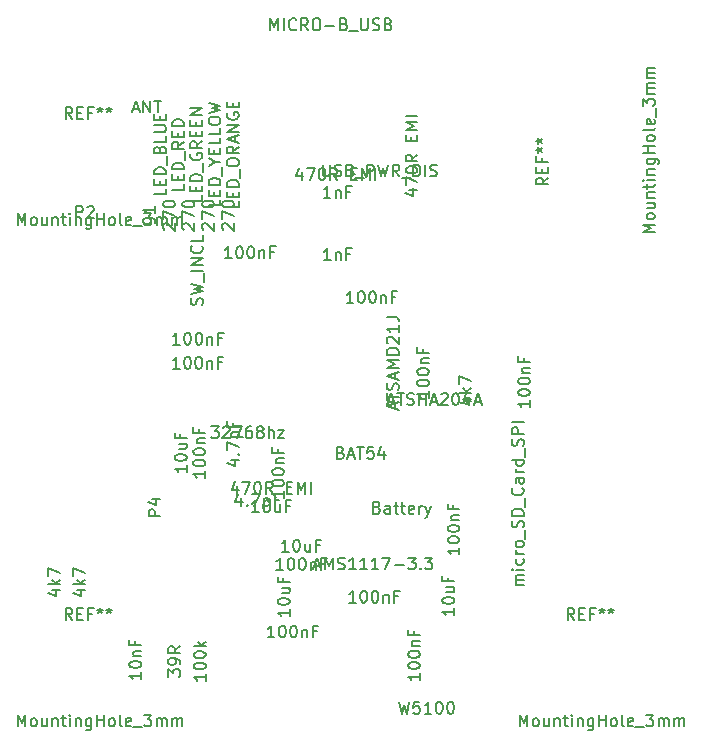
<source format=gbr>
G04 #@! TF.FileFunction,Other,Fab,Top*
%FSLAX46Y46*%
G04 Gerber Fmt 4.6, Leading zero omitted, Abs format (unit mm)*
G04 Created by KiCad (PCBNEW 4.1.0-alpha+201606220817+6945~45~ubuntu16.04.1-product) date Mon Jul  4 21:49:54 2016*
%MOMM*%
%LPD*%
G01*
G04 APERTURE LIST*
%ADD10C,0.100000*%
%ADD11C,0.150000*%
G04 APERTURE END LIST*
D10*
D11*
X148205666Y-88256571D02*
X148205666Y-87780380D01*
X148491380Y-88351809D02*
X147491380Y-88018476D01*
X148491380Y-87685142D01*
X147491380Y-87494666D02*
X147491380Y-86923238D01*
X148491380Y-87208952D02*
X147491380Y-87208952D01*
X148443761Y-86637523D02*
X148491380Y-86494666D01*
X148491380Y-86256571D01*
X148443761Y-86161333D01*
X148396142Y-86113714D01*
X148300904Y-86066095D01*
X148205666Y-86066095D01*
X148110428Y-86113714D01*
X148062809Y-86161333D01*
X148015190Y-86256571D01*
X147967571Y-86447047D01*
X147919952Y-86542285D01*
X147872333Y-86589904D01*
X147777095Y-86637523D01*
X147681857Y-86637523D01*
X147586619Y-86589904D01*
X147539000Y-86542285D01*
X147491380Y-86447047D01*
X147491380Y-86208952D01*
X147539000Y-86066095D01*
X148205666Y-85685142D02*
X148205666Y-85208952D01*
X148491380Y-85780380D02*
X147491380Y-85447047D01*
X148491380Y-85113714D01*
X148491380Y-84780380D02*
X147491380Y-84780380D01*
X148205666Y-84447047D01*
X147491380Y-84113714D01*
X148491380Y-84113714D01*
X148491380Y-83637523D02*
X147491380Y-83637523D01*
X147491380Y-83399428D01*
X147539000Y-83256571D01*
X147634238Y-83161333D01*
X147729476Y-83113714D01*
X147919952Y-83066095D01*
X148062809Y-83066095D01*
X148253285Y-83113714D01*
X148348523Y-83161333D01*
X148443761Y-83256571D01*
X148491380Y-83399428D01*
X148491380Y-83637523D01*
X147586619Y-82685142D02*
X147539000Y-82637523D01*
X147491380Y-82542285D01*
X147491380Y-82304190D01*
X147539000Y-82208952D01*
X147586619Y-82161333D01*
X147681857Y-82113714D01*
X147777095Y-82113714D01*
X147919952Y-82161333D01*
X148491380Y-82732761D01*
X148491380Y-82113714D01*
X148491380Y-81161333D02*
X148491380Y-81732761D01*
X148491380Y-81447047D02*
X147491380Y-81447047D01*
X147634238Y-81542285D01*
X147729476Y-81637523D01*
X147777095Y-81732761D01*
X147491380Y-80447047D02*
X148205666Y-80447047D01*
X148348523Y-80494666D01*
X148443761Y-80589904D01*
X148491380Y-80732761D01*
X148491380Y-80828000D01*
X142726761Y-75631380D02*
X142155333Y-75631380D01*
X142441047Y-75631380D02*
X142441047Y-74631380D01*
X142345809Y-74774238D01*
X142250571Y-74869476D01*
X142155333Y-74917095D01*
X143155333Y-74964714D02*
X143155333Y-75631380D01*
X143155333Y-75059952D02*
X143202952Y-75012333D01*
X143298190Y-74964714D01*
X143441047Y-74964714D01*
X143536285Y-75012333D01*
X143583904Y-75107571D01*
X143583904Y-75631380D01*
X144393428Y-75107571D02*
X144060095Y-75107571D01*
X144060095Y-75631380D02*
X144060095Y-74631380D01*
X144536285Y-74631380D01*
X119165634Y-103606196D02*
X119832300Y-103606196D01*
X118784681Y-103844291D02*
X119498967Y-104082386D01*
X119498967Y-103463339D01*
X119832300Y-103082386D02*
X118832300Y-103082386D01*
X119451348Y-102987148D02*
X119832300Y-102701434D01*
X119165634Y-102701434D02*
X119546586Y-103082386D01*
X118832300Y-102368100D02*
X118832300Y-101701434D01*
X119832300Y-102130005D01*
X121268754Y-103606196D02*
X121935420Y-103606196D01*
X120887801Y-103844291D02*
X121602087Y-104082386D01*
X121602087Y-103463339D01*
X121935420Y-103082386D02*
X120935420Y-103082386D01*
X121554468Y-102987148D02*
X121935420Y-102701434D01*
X121268754Y-102701434D02*
X121649706Y-103082386D01*
X120935420Y-102368100D02*
X120935420Y-101701434D01*
X121935420Y-102130005D01*
X146670971Y-96576771D02*
X146813828Y-96624390D01*
X146861447Y-96672009D01*
X146909066Y-96767247D01*
X146909066Y-96910104D01*
X146861447Y-97005342D01*
X146813828Y-97052961D01*
X146718590Y-97100580D01*
X146337638Y-97100580D01*
X146337638Y-96100580D01*
X146670971Y-96100580D01*
X146766209Y-96148200D01*
X146813828Y-96195819D01*
X146861447Y-96291057D01*
X146861447Y-96386295D01*
X146813828Y-96481533D01*
X146766209Y-96529152D01*
X146670971Y-96576771D01*
X146337638Y-96576771D01*
X147766209Y-97100580D02*
X147766209Y-96576771D01*
X147718590Y-96481533D01*
X147623352Y-96433914D01*
X147432876Y-96433914D01*
X147337638Y-96481533D01*
X147766209Y-97052961D02*
X147670971Y-97100580D01*
X147432876Y-97100580D01*
X147337638Y-97052961D01*
X147290019Y-96957723D01*
X147290019Y-96862485D01*
X147337638Y-96767247D01*
X147432876Y-96719628D01*
X147670971Y-96719628D01*
X147766209Y-96672009D01*
X148099542Y-96433914D02*
X148480495Y-96433914D01*
X148242400Y-96100580D02*
X148242400Y-96957723D01*
X148290019Y-97052961D01*
X148385257Y-97100580D01*
X148480495Y-97100580D01*
X148670971Y-96433914D02*
X149051923Y-96433914D01*
X148813828Y-96100580D02*
X148813828Y-96957723D01*
X148861447Y-97052961D01*
X148956685Y-97100580D01*
X149051923Y-97100580D01*
X149766209Y-97052961D02*
X149670971Y-97100580D01*
X149480495Y-97100580D01*
X149385257Y-97052961D01*
X149337638Y-96957723D01*
X149337638Y-96576771D01*
X149385257Y-96481533D01*
X149480495Y-96433914D01*
X149670971Y-96433914D01*
X149766209Y-96481533D01*
X149813828Y-96576771D01*
X149813828Y-96672009D01*
X149337638Y-96767247D01*
X150242400Y-97100580D02*
X150242400Y-96433914D01*
X150242400Y-96624390D02*
X150290019Y-96529152D01*
X150337638Y-96481533D01*
X150432876Y-96433914D01*
X150528114Y-96433914D01*
X150766209Y-96433914D02*
X151004304Y-97100580D01*
X151242400Y-96433914D02*
X151004304Y-97100580D01*
X150909066Y-97338676D01*
X150861447Y-97386295D01*
X150766209Y-97433914D01*
X130308480Y-69189290D02*
X130308480Y-69665480D01*
X129308480Y-69665480D01*
X129784671Y-68855957D02*
X129784671Y-68522623D01*
X130308480Y-68379766D02*
X130308480Y-68855957D01*
X129308480Y-68855957D01*
X129308480Y-68379766D01*
X130308480Y-67951195D02*
X129308480Y-67951195D01*
X129308480Y-67713100D01*
X129356100Y-67570242D01*
X129451338Y-67475004D01*
X129546576Y-67427385D01*
X129737052Y-67379766D01*
X129879909Y-67379766D01*
X130070385Y-67427385D01*
X130165623Y-67475004D01*
X130260861Y-67570242D01*
X130308480Y-67713100D01*
X130308480Y-67951195D01*
X130403719Y-67189290D02*
X130403719Y-66427385D01*
X130308480Y-65617861D02*
X129832290Y-65951195D01*
X130308480Y-66189290D02*
X129308480Y-66189290D01*
X129308480Y-65808338D01*
X129356100Y-65713100D01*
X129403719Y-65665480D01*
X129498957Y-65617861D01*
X129641814Y-65617861D01*
X129737052Y-65665480D01*
X129784671Y-65713100D01*
X129832290Y-65808338D01*
X129832290Y-66189290D01*
X129784671Y-65189290D02*
X129784671Y-64855957D01*
X130308480Y-64713100D02*
X130308480Y-65189290D01*
X129308480Y-65189290D01*
X129308480Y-64713100D01*
X130308480Y-64284528D02*
X129308480Y-64284528D01*
X129308480Y-64046433D01*
X129356100Y-63903576D01*
X129451338Y-63808338D01*
X129546576Y-63760719D01*
X129737052Y-63713100D01*
X129879909Y-63713100D01*
X130070385Y-63760719D01*
X130165623Y-63808338D01*
X130260861Y-63903576D01*
X130308480Y-64046433D01*
X130308480Y-64284528D01*
X134956680Y-70652780D02*
X134956680Y-71128971D01*
X133956680Y-71128971D01*
X134432871Y-70319447D02*
X134432871Y-69986114D01*
X134956680Y-69843257D02*
X134956680Y-70319447D01*
X133956680Y-70319447D01*
X133956680Y-69843257D01*
X134956680Y-69414685D02*
X133956680Y-69414685D01*
X133956680Y-69176590D01*
X134004300Y-69033733D01*
X134099538Y-68938495D01*
X134194776Y-68890876D01*
X134385252Y-68843257D01*
X134528109Y-68843257D01*
X134718585Y-68890876D01*
X134813823Y-68938495D01*
X134909061Y-69033733D01*
X134956680Y-69176590D01*
X134956680Y-69414685D01*
X135051919Y-68652780D02*
X135051919Y-67890876D01*
X133956680Y-67462304D02*
X133956680Y-67271828D01*
X134004300Y-67176590D01*
X134099538Y-67081352D01*
X134290014Y-67033733D01*
X134623347Y-67033733D01*
X134813823Y-67081352D01*
X134909061Y-67176590D01*
X134956680Y-67271828D01*
X134956680Y-67462304D01*
X134909061Y-67557542D01*
X134813823Y-67652780D01*
X134623347Y-67700400D01*
X134290014Y-67700400D01*
X134099538Y-67652780D01*
X134004300Y-67557542D01*
X133956680Y-67462304D01*
X134956680Y-66033733D02*
X134480490Y-66367066D01*
X134956680Y-66605161D02*
X133956680Y-66605161D01*
X133956680Y-66224209D01*
X134004300Y-66128971D01*
X134051919Y-66081352D01*
X134147157Y-66033733D01*
X134290014Y-66033733D01*
X134385252Y-66081352D01*
X134432871Y-66128971D01*
X134480490Y-66224209D01*
X134480490Y-66605161D01*
X134670966Y-65652780D02*
X134670966Y-65176590D01*
X134956680Y-65748019D02*
X133956680Y-65414685D01*
X134956680Y-65081352D01*
X134956680Y-64748019D02*
X133956680Y-64748019D01*
X134956680Y-64176590D01*
X133956680Y-64176590D01*
X134004300Y-63176590D02*
X133956680Y-63271828D01*
X133956680Y-63414685D01*
X134004300Y-63557542D01*
X134099538Y-63652780D01*
X134194776Y-63700400D01*
X134385252Y-63748019D01*
X134528109Y-63748019D01*
X134718585Y-63700400D01*
X134813823Y-63652780D01*
X134909061Y-63557542D01*
X134956680Y-63414685D01*
X134956680Y-63319447D01*
X134909061Y-63176590D01*
X134861442Y-63128971D01*
X134528109Y-63128971D01*
X134528109Y-63319447D01*
X134432871Y-62700400D02*
X134432871Y-62367066D01*
X134956680Y-62224209D02*
X134956680Y-62700400D01*
X133956680Y-62700400D01*
X133956680Y-62224209D01*
X128635419Y-73086895D02*
X128587800Y-73039276D01*
X128540180Y-72944038D01*
X128540180Y-72705942D01*
X128587800Y-72610704D01*
X128635419Y-72563085D01*
X128730657Y-72515466D01*
X128825895Y-72515466D01*
X128968752Y-72563085D01*
X129540180Y-73134514D01*
X129540180Y-72515466D01*
X128540180Y-72182133D02*
X128540180Y-71515466D01*
X129540180Y-71944038D01*
X128540180Y-70944038D02*
X128540180Y-70848800D01*
X128587800Y-70753561D01*
X128635419Y-70705942D01*
X128730657Y-70658323D01*
X128921133Y-70610704D01*
X129159228Y-70610704D01*
X129349704Y-70658323D01*
X129444942Y-70705942D01*
X129492561Y-70753561D01*
X129540180Y-70848800D01*
X129540180Y-70944038D01*
X129492561Y-71039276D01*
X129444942Y-71086895D01*
X129349704Y-71134514D01*
X129159228Y-71182133D01*
X128921133Y-71182133D01*
X128730657Y-71134514D01*
X128635419Y-71086895D01*
X128587800Y-71039276D01*
X128540180Y-70944038D01*
X134839438Y-94746074D02*
X134839438Y-95412740D01*
X134601342Y-94365121D02*
X134363247Y-95079407D01*
X134982295Y-95079407D01*
X135268009Y-94412740D02*
X135934676Y-94412740D01*
X135506104Y-95412740D01*
X136506104Y-94412740D02*
X136601342Y-94412740D01*
X136696580Y-94460360D01*
X136744200Y-94507979D01*
X136791819Y-94603217D01*
X136839438Y-94793693D01*
X136839438Y-95031788D01*
X136791819Y-95222264D01*
X136744200Y-95317502D01*
X136696580Y-95365121D01*
X136601342Y-95412740D01*
X136506104Y-95412740D01*
X136410866Y-95365121D01*
X136363247Y-95317502D01*
X136315628Y-95222264D01*
X136268009Y-95031788D01*
X136268009Y-94793693D01*
X136315628Y-94603217D01*
X136363247Y-94507979D01*
X136410866Y-94460360D01*
X136506104Y-94412740D01*
X137839438Y-95412740D02*
X137506104Y-94936550D01*
X137268009Y-95412740D02*
X137268009Y-94412740D01*
X137648961Y-94412740D01*
X137744200Y-94460360D01*
X137791819Y-94507979D01*
X137839438Y-94603217D01*
X137839438Y-94746074D01*
X137791819Y-94841312D01*
X137744200Y-94888931D01*
X137648961Y-94936550D01*
X137268009Y-94936550D01*
X139029914Y-94888931D02*
X139363247Y-94888931D01*
X139506104Y-95412740D02*
X139029914Y-95412740D01*
X139029914Y-94412740D01*
X139506104Y-94412740D01*
X139934676Y-95412740D02*
X139934676Y-94412740D01*
X140268009Y-95127026D01*
X140601342Y-94412740D01*
X140601342Y-95412740D01*
X141077533Y-95412740D02*
X141077533Y-94412740D01*
X144878340Y-104632940D02*
X144306912Y-104632940D01*
X144592626Y-104632940D02*
X144592626Y-103632940D01*
X144497388Y-103775798D01*
X144402150Y-103871036D01*
X144306912Y-103918655D01*
X145497388Y-103632940D02*
X145592626Y-103632940D01*
X145687864Y-103680560D01*
X145735483Y-103728179D01*
X145783102Y-103823417D01*
X145830721Y-104013893D01*
X145830721Y-104251988D01*
X145783102Y-104442464D01*
X145735483Y-104537702D01*
X145687864Y-104585321D01*
X145592626Y-104632940D01*
X145497388Y-104632940D01*
X145402150Y-104585321D01*
X145354531Y-104537702D01*
X145306912Y-104442464D01*
X145259293Y-104251988D01*
X145259293Y-104013893D01*
X145306912Y-103823417D01*
X145354531Y-103728179D01*
X145402150Y-103680560D01*
X145497388Y-103632940D01*
X146449769Y-103632940D02*
X146545007Y-103632940D01*
X146640245Y-103680560D01*
X146687864Y-103728179D01*
X146735483Y-103823417D01*
X146783102Y-104013893D01*
X146783102Y-104251988D01*
X146735483Y-104442464D01*
X146687864Y-104537702D01*
X146640245Y-104585321D01*
X146545007Y-104632940D01*
X146449769Y-104632940D01*
X146354531Y-104585321D01*
X146306912Y-104537702D01*
X146259293Y-104442464D01*
X146211674Y-104251988D01*
X146211674Y-104013893D01*
X146259293Y-103823417D01*
X146306912Y-103728179D01*
X146354531Y-103680560D01*
X146449769Y-103632940D01*
X147211674Y-103966274D02*
X147211674Y-104632940D01*
X147211674Y-104061512D02*
X147259293Y-104013893D01*
X147354531Y-103966274D01*
X147497388Y-103966274D01*
X147592626Y-104013893D01*
X147640245Y-104109131D01*
X147640245Y-104632940D01*
X148449769Y-104109131D02*
X148116436Y-104109131D01*
X148116436Y-104632940D02*
X148116436Y-103632940D01*
X148592626Y-103632940D01*
X147606238Y-87618866D02*
X148082428Y-87618866D01*
X147511000Y-87904580D02*
X147844333Y-86904580D01*
X148177666Y-87904580D01*
X148368142Y-86904580D02*
X148939571Y-86904580D01*
X148653857Y-87904580D02*
X148653857Y-86904580D01*
X149225285Y-87856961D02*
X149368142Y-87904580D01*
X149606238Y-87904580D01*
X149701476Y-87856961D01*
X149749095Y-87809342D01*
X149796714Y-87714104D01*
X149796714Y-87618866D01*
X149749095Y-87523628D01*
X149701476Y-87476009D01*
X149606238Y-87428390D01*
X149415761Y-87380771D01*
X149320523Y-87333152D01*
X149272904Y-87285533D01*
X149225285Y-87190295D01*
X149225285Y-87095057D01*
X149272904Y-86999819D01*
X149320523Y-86952200D01*
X149415761Y-86904580D01*
X149653857Y-86904580D01*
X149796714Y-86952200D01*
X150225285Y-87904580D02*
X150225285Y-86904580D01*
X150225285Y-87380771D02*
X150796714Y-87380771D01*
X150796714Y-87904580D02*
X150796714Y-86904580D01*
X151225285Y-87618866D02*
X151701476Y-87618866D01*
X151130047Y-87904580D02*
X151463380Y-86904580D01*
X151796714Y-87904580D01*
X152082428Y-86999819D02*
X152130047Y-86952200D01*
X152225285Y-86904580D01*
X152463380Y-86904580D01*
X152558619Y-86952200D01*
X152606238Y-86999819D01*
X152653857Y-87095057D01*
X152653857Y-87190295D01*
X152606238Y-87333152D01*
X152034809Y-87904580D01*
X152653857Y-87904580D01*
X153272904Y-86904580D02*
X153368142Y-86904580D01*
X153463380Y-86952200D01*
X153511000Y-86999819D01*
X153558619Y-87095057D01*
X153606238Y-87285533D01*
X153606238Y-87523628D01*
X153558619Y-87714104D01*
X153511000Y-87809342D01*
X153463380Y-87856961D01*
X153368142Y-87904580D01*
X153272904Y-87904580D01*
X153177666Y-87856961D01*
X153130047Y-87809342D01*
X153082428Y-87714104D01*
X153034809Y-87523628D01*
X153034809Y-87285533D01*
X153082428Y-87095057D01*
X153130047Y-86999819D01*
X153177666Y-86952200D01*
X153272904Y-86904580D01*
X154463380Y-87237914D02*
X154463380Y-87904580D01*
X154225285Y-86856961D02*
X153987190Y-87571247D01*
X154606238Y-87571247D01*
X154939571Y-87618866D02*
X155415761Y-87618866D01*
X154844333Y-87904580D02*
X155177666Y-86904580D01*
X155511000Y-87904580D01*
X141354800Y-101538066D02*
X141830990Y-101538066D01*
X141259561Y-101823780D02*
X141592895Y-100823780D01*
X141926228Y-101823780D01*
X142259561Y-101823780D02*
X142259561Y-100823780D01*
X142592895Y-101538066D01*
X142926228Y-100823780D01*
X142926228Y-101823780D01*
X143354800Y-101776161D02*
X143497657Y-101823780D01*
X143735752Y-101823780D01*
X143830990Y-101776161D01*
X143878609Y-101728542D01*
X143926228Y-101633304D01*
X143926228Y-101538066D01*
X143878609Y-101442828D01*
X143830990Y-101395209D01*
X143735752Y-101347590D01*
X143545276Y-101299971D01*
X143450038Y-101252352D01*
X143402419Y-101204733D01*
X143354800Y-101109495D01*
X143354800Y-101014257D01*
X143402419Y-100919019D01*
X143450038Y-100871400D01*
X143545276Y-100823780D01*
X143783371Y-100823780D01*
X143926228Y-100871400D01*
X144878609Y-101823780D02*
X144307180Y-101823780D01*
X144592895Y-101823780D02*
X144592895Y-100823780D01*
X144497657Y-100966638D01*
X144402419Y-101061876D01*
X144307180Y-101109495D01*
X145830990Y-101823780D02*
X145259561Y-101823780D01*
X145545276Y-101823780D02*
X145545276Y-100823780D01*
X145450038Y-100966638D01*
X145354800Y-101061876D01*
X145259561Y-101109495D01*
X146783371Y-101823780D02*
X146211942Y-101823780D01*
X146497657Y-101823780D02*
X146497657Y-100823780D01*
X146402419Y-100966638D01*
X146307180Y-101061876D01*
X146211942Y-101109495D01*
X147116704Y-100823780D02*
X147783371Y-100823780D01*
X147354800Y-101823780D01*
X148164323Y-101442828D02*
X148926228Y-101442828D01*
X149307180Y-100823780D02*
X149926228Y-100823780D01*
X149592895Y-101204733D01*
X149735752Y-101204733D01*
X149830990Y-101252352D01*
X149878609Y-101299971D01*
X149926228Y-101395209D01*
X149926228Y-101633304D01*
X149878609Y-101728542D01*
X149830990Y-101776161D01*
X149735752Y-101823780D01*
X149450038Y-101823780D01*
X149354800Y-101776161D01*
X149307180Y-101728542D01*
X150354800Y-101728542D02*
X150402419Y-101776161D01*
X150354800Y-101823780D01*
X150307180Y-101776161D01*
X150354800Y-101728542D01*
X150354800Y-101823780D01*
X150735752Y-100823780D02*
X151354800Y-100823780D01*
X151021466Y-101204733D01*
X151164323Y-101204733D01*
X151259561Y-101252352D01*
X151307180Y-101299971D01*
X151354800Y-101395209D01*
X151354800Y-101633304D01*
X151307180Y-101728542D01*
X151259561Y-101776161D01*
X151164323Y-101823780D01*
X150878609Y-101823780D01*
X150783371Y-101776161D01*
X150735752Y-101728542D01*
X121181904Y-72080380D02*
X121181904Y-71080380D01*
X121562857Y-71080380D01*
X121658095Y-71128000D01*
X121705714Y-71175619D01*
X121753333Y-71270857D01*
X121753333Y-71413714D01*
X121705714Y-71508952D01*
X121658095Y-71556571D01*
X121562857Y-71604190D01*
X121181904Y-71604190D01*
X122134285Y-71175619D02*
X122181904Y-71128000D01*
X122277142Y-71080380D01*
X122515238Y-71080380D01*
X122610476Y-71128000D01*
X122658095Y-71175619D01*
X122705714Y-71270857D01*
X122705714Y-71366095D01*
X122658095Y-71508952D01*
X122086666Y-72080380D01*
X122705714Y-72080380D01*
X120875666Y-63669880D02*
X120542333Y-63193690D01*
X120304238Y-63669880D02*
X120304238Y-62669880D01*
X120685190Y-62669880D01*
X120780428Y-62717500D01*
X120828047Y-62765119D01*
X120875666Y-62860357D01*
X120875666Y-63003214D01*
X120828047Y-63098452D01*
X120780428Y-63146071D01*
X120685190Y-63193690D01*
X120304238Y-63193690D01*
X121304238Y-63146071D02*
X121637571Y-63146071D01*
X121780428Y-63669880D02*
X121304238Y-63669880D01*
X121304238Y-62669880D01*
X121780428Y-62669880D01*
X122542333Y-63146071D02*
X122209000Y-63146071D01*
X122209000Y-63669880D02*
X122209000Y-62669880D01*
X122685190Y-62669880D01*
X123209000Y-62669880D02*
X123209000Y-62907976D01*
X122970904Y-62812738D02*
X123209000Y-62907976D01*
X123447095Y-62812738D01*
X123066142Y-63098452D02*
X123209000Y-62907976D01*
X123351857Y-63098452D01*
X123970904Y-62669880D02*
X123970904Y-62907976D01*
X123732809Y-62812738D02*
X123970904Y-62907976D01*
X124209000Y-62812738D01*
X123828047Y-63098452D02*
X123970904Y-62907976D01*
X124113761Y-63098452D01*
X116233569Y-72671640D02*
X116233569Y-71671640D01*
X116566902Y-72385926D01*
X116900236Y-71671640D01*
X116900236Y-72671640D01*
X117519283Y-72671640D02*
X117424045Y-72624021D01*
X117376426Y-72576402D01*
X117328807Y-72481164D01*
X117328807Y-72195450D01*
X117376426Y-72100212D01*
X117424045Y-72052593D01*
X117519283Y-72004974D01*
X117662140Y-72004974D01*
X117757379Y-72052593D01*
X117804998Y-72100212D01*
X117852617Y-72195450D01*
X117852617Y-72481164D01*
X117804998Y-72576402D01*
X117757379Y-72624021D01*
X117662140Y-72671640D01*
X117519283Y-72671640D01*
X118709760Y-72004974D02*
X118709760Y-72671640D01*
X118281188Y-72004974D02*
X118281188Y-72528783D01*
X118328807Y-72624021D01*
X118424045Y-72671640D01*
X118566902Y-72671640D01*
X118662140Y-72624021D01*
X118709760Y-72576402D01*
X119185950Y-72004974D02*
X119185950Y-72671640D01*
X119185950Y-72100212D02*
X119233569Y-72052593D01*
X119328807Y-72004974D01*
X119471664Y-72004974D01*
X119566902Y-72052593D01*
X119614521Y-72147831D01*
X119614521Y-72671640D01*
X119947855Y-72004974D02*
X120328807Y-72004974D01*
X120090712Y-71671640D02*
X120090712Y-72528783D01*
X120138331Y-72624021D01*
X120233569Y-72671640D01*
X120328807Y-72671640D01*
X120662140Y-72671640D02*
X120662140Y-72004974D01*
X120662140Y-71671640D02*
X120614521Y-71719260D01*
X120662140Y-71766879D01*
X120709760Y-71719260D01*
X120662140Y-71671640D01*
X120662140Y-71766879D01*
X121138331Y-72004974D02*
X121138331Y-72671640D01*
X121138331Y-72100212D02*
X121185950Y-72052593D01*
X121281188Y-72004974D01*
X121424045Y-72004974D01*
X121519283Y-72052593D01*
X121566902Y-72147831D01*
X121566902Y-72671640D01*
X122471664Y-72004974D02*
X122471664Y-72814498D01*
X122424045Y-72909736D01*
X122376426Y-72957355D01*
X122281188Y-73004974D01*
X122138331Y-73004974D01*
X122043093Y-72957355D01*
X122471664Y-72624021D02*
X122376426Y-72671640D01*
X122185950Y-72671640D01*
X122090712Y-72624021D01*
X122043093Y-72576402D01*
X121995474Y-72481164D01*
X121995474Y-72195450D01*
X122043093Y-72100212D01*
X122090712Y-72052593D01*
X122185950Y-72004974D01*
X122376426Y-72004974D01*
X122471664Y-72052593D01*
X122947855Y-72671640D02*
X122947855Y-71671640D01*
X122947855Y-72147831D02*
X123519283Y-72147831D01*
X123519283Y-72671640D02*
X123519283Y-71671640D01*
X124138331Y-72671640D02*
X124043093Y-72624021D01*
X123995474Y-72576402D01*
X123947855Y-72481164D01*
X123947855Y-72195450D01*
X123995474Y-72100212D01*
X124043093Y-72052593D01*
X124138331Y-72004974D01*
X124281188Y-72004974D01*
X124376426Y-72052593D01*
X124424045Y-72100212D01*
X124471664Y-72195450D01*
X124471664Y-72481164D01*
X124424045Y-72576402D01*
X124376426Y-72624021D01*
X124281188Y-72671640D01*
X124138331Y-72671640D01*
X125043093Y-72671640D02*
X124947855Y-72624021D01*
X124900236Y-72528783D01*
X124900236Y-71671640D01*
X125804998Y-72624021D02*
X125709760Y-72671640D01*
X125519283Y-72671640D01*
X125424045Y-72624021D01*
X125376426Y-72528783D01*
X125376426Y-72147831D01*
X125424045Y-72052593D01*
X125519283Y-72004974D01*
X125709760Y-72004974D01*
X125804998Y-72052593D01*
X125852617Y-72147831D01*
X125852617Y-72243069D01*
X125376426Y-72338307D01*
X126043093Y-72766879D02*
X126804998Y-72766879D01*
X126947855Y-71671640D02*
X127566902Y-71671640D01*
X127233569Y-72052593D01*
X127376426Y-72052593D01*
X127471664Y-72100212D01*
X127519283Y-72147831D01*
X127566902Y-72243069D01*
X127566902Y-72481164D01*
X127519283Y-72576402D01*
X127471664Y-72624021D01*
X127376426Y-72671640D01*
X127090712Y-72671640D01*
X126995474Y-72624021D01*
X126947855Y-72576402D01*
X127995474Y-72671640D02*
X127995474Y-72004974D01*
X127995474Y-72100212D02*
X128043093Y-72052593D01*
X128138331Y-72004974D01*
X128281188Y-72004974D01*
X128376426Y-72052593D01*
X128424045Y-72147831D01*
X128424045Y-72671640D01*
X128424045Y-72147831D02*
X128471664Y-72052593D01*
X128566902Y-72004974D01*
X128709760Y-72004974D01*
X128804998Y-72052593D01*
X128852617Y-72147831D01*
X128852617Y-72671640D01*
X129328807Y-72671640D02*
X129328807Y-72004974D01*
X129328807Y-72100212D02*
X129376426Y-72052593D01*
X129471664Y-72004974D01*
X129614521Y-72004974D01*
X129709760Y-72052593D01*
X129757379Y-72147831D01*
X129757379Y-72671640D01*
X129757379Y-72147831D02*
X129804998Y-72052593D01*
X129900236Y-72004974D01*
X130043093Y-72004974D01*
X130138331Y-72052593D01*
X130185950Y-72147831D01*
X130185950Y-72671640D01*
X163377666Y-106108380D02*
X163044333Y-105632190D01*
X162806238Y-106108380D02*
X162806238Y-105108380D01*
X163187190Y-105108380D01*
X163282428Y-105156000D01*
X163330047Y-105203619D01*
X163377666Y-105298857D01*
X163377666Y-105441714D01*
X163330047Y-105536952D01*
X163282428Y-105584571D01*
X163187190Y-105632190D01*
X162806238Y-105632190D01*
X163806238Y-105584571D02*
X164139571Y-105584571D01*
X164282428Y-106108380D02*
X163806238Y-106108380D01*
X163806238Y-105108380D01*
X164282428Y-105108380D01*
X165044333Y-105584571D02*
X164711000Y-105584571D01*
X164711000Y-106108380D02*
X164711000Y-105108380D01*
X165187190Y-105108380D01*
X165711000Y-105108380D02*
X165711000Y-105346476D01*
X165472904Y-105251238D02*
X165711000Y-105346476D01*
X165949095Y-105251238D01*
X165568142Y-105536952D02*
X165711000Y-105346476D01*
X165853857Y-105536952D01*
X166472904Y-105108380D02*
X166472904Y-105346476D01*
X166234809Y-105251238D02*
X166472904Y-105346476D01*
X166711000Y-105251238D01*
X166330047Y-105536952D02*
X166472904Y-105346476D01*
X166615761Y-105536952D01*
X158735569Y-115110140D02*
X158735569Y-114110140D01*
X159068902Y-114824426D01*
X159402236Y-114110140D01*
X159402236Y-115110140D01*
X160021283Y-115110140D02*
X159926045Y-115062521D01*
X159878426Y-115014902D01*
X159830807Y-114919664D01*
X159830807Y-114633950D01*
X159878426Y-114538712D01*
X159926045Y-114491093D01*
X160021283Y-114443474D01*
X160164140Y-114443474D01*
X160259379Y-114491093D01*
X160306998Y-114538712D01*
X160354617Y-114633950D01*
X160354617Y-114919664D01*
X160306998Y-115014902D01*
X160259379Y-115062521D01*
X160164140Y-115110140D01*
X160021283Y-115110140D01*
X161211760Y-114443474D02*
X161211760Y-115110140D01*
X160783188Y-114443474D02*
X160783188Y-114967283D01*
X160830807Y-115062521D01*
X160926045Y-115110140D01*
X161068902Y-115110140D01*
X161164140Y-115062521D01*
X161211760Y-115014902D01*
X161687950Y-114443474D02*
X161687950Y-115110140D01*
X161687950Y-114538712D02*
X161735569Y-114491093D01*
X161830807Y-114443474D01*
X161973664Y-114443474D01*
X162068902Y-114491093D01*
X162116521Y-114586331D01*
X162116521Y-115110140D01*
X162449855Y-114443474D02*
X162830807Y-114443474D01*
X162592712Y-114110140D02*
X162592712Y-114967283D01*
X162640331Y-115062521D01*
X162735569Y-115110140D01*
X162830807Y-115110140D01*
X163164140Y-115110140D02*
X163164140Y-114443474D01*
X163164140Y-114110140D02*
X163116521Y-114157760D01*
X163164140Y-114205379D01*
X163211760Y-114157760D01*
X163164140Y-114110140D01*
X163164140Y-114205379D01*
X163640331Y-114443474D02*
X163640331Y-115110140D01*
X163640331Y-114538712D02*
X163687950Y-114491093D01*
X163783188Y-114443474D01*
X163926045Y-114443474D01*
X164021283Y-114491093D01*
X164068902Y-114586331D01*
X164068902Y-115110140D01*
X164973664Y-114443474D02*
X164973664Y-115252998D01*
X164926045Y-115348236D01*
X164878426Y-115395855D01*
X164783188Y-115443474D01*
X164640331Y-115443474D01*
X164545093Y-115395855D01*
X164973664Y-115062521D02*
X164878426Y-115110140D01*
X164687950Y-115110140D01*
X164592712Y-115062521D01*
X164545093Y-115014902D01*
X164497474Y-114919664D01*
X164497474Y-114633950D01*
X164545093Y-114538712D01*
X164592712Y-114491093D01*
X164687950Y-114443474D01*
X164878426Y-114443474D01*
X164973664Y-114491093D01*
X165449855Y-115110140D02*
X165449855Y-114110140D01*
X165449855Y-114586331D02*
X166021283Y-114586331D01*
X166021283Y-115110140D02*
X166021283Y-114110140D01*
X166640331Y-115110140D02*
X166545093Y-115062521D01*
X166497474Y-115014902D01*
X166449855Y-114919664D01*
X166449855Y-114633950D01*
X166497474Y-114538712D01*
X166545093Y-114491093D01*
X166640331Y-114443474D01*
X166783188Y-114443474D01*
X166878426Y-114491093D01*
X166926045Y-114538712D01*
X166973664Y-114633950D01*
X166973664Y-114919664D01*
X166926045Y-115014902D01*
X166878426Y-115062521D01*
X166783188Y-115110140D01*
X166640331Y-115110140D01*
X167545093Y-115110140D02*
X167449855Y-115062521D01*
X167402236Y-114967283D01*
X167402236Y-114110140D01*
X168306998Y-115062521D02*
X168211760Y-115110140D01*
X168021283Y-115110140D01*
X167926045Y-115062521D01*
X167878426Y-114967283D01*
X167878426Y-114586331D01*
X167926045Y-114491093D01*
X168021283Y-114443474D01*
X168211760Y-114443474D01*
X168306998Y-114491093D01*
X168354617Y-114586331D01*
X168354617Y-114681569D01*
X167878426Y-114776807D01*
X168545093Y-115205379D02*
X169306998Y-115205379D01*
X169449855Y-114110140D02*
X170068902Y-114110140D01*
X169735569Y-114491093D01*
X169878426Y-114491093D01*
X169973664Y-114538712D01*
X170021283Y-114586331D01*
X170068902Y-114681569D01*
X170068902Y-114919664D01*
X170021283Y-115014902D01*
X169973664Y-115062521D01*
X169878426Y-115110140D01*
X169592712Y-115110140D01*
X169497474Y-115062521D01*
X169449855Y-115014902D01*
X170497474Y-115110140D02*
X170497474Y-114443474D01*
X170497474Y-114538712D02*
X170545093Y-114491093D01*
X170640331Y-114443474D01*
X170783188Y-114443474D01*
X170878426Y-114491093D01*
X170926045Y-114586331D01*
X170926045Y-115110140D01*
X170926045Y-114586331D02*
X170973664Y-114491093D01*
X171068902Y-114443474D01*
X171211760Y-114443474D01*
X171306998Y-114491093D01*
X171354617Y-114586331D01*
X171354617Y-115110140D01*
X171830807Y-115110140D02*
X171830807Y-114443474D01*
X171830807Y-114538712D02*
X171878426Y-114491093D01*
X171973664Y-114443474D01*
X172116521Y-114443474D01*
X172211760Y-114491093D01*
X172259379Y-114586331D01*
X172259379Y-115110140D01*
X172259379Y-114586331D02*
X172306998Y-114491093D01*
X172402236Y-114443474D01*
X172545093Y-114443474D01*
X172640331Y-114491093D01*
X172687950Y-114586331D01*
X172687950Y-115110140D01*
X120875666Y-106108380D02*
X120542333Y-105632190D01*
X120304238Y-106108380D02*
X120304238Y-105108380D01*
X120685190Y-105108380D01*
X120780428Y-105156000D01*
X120828047Y-105203619D01*
X120875666Y-105298857D01*
X120875666Y-105441714D01*
X120828047Y-105536952D01*
X120780428Y-105584571D01*
X120685190Y-105632190D01*
X120304238Y-105632190D01*
X121304238Y-105584571D02*
X121637571Y-105584571D01*
X121780428Y-106108380D02*
X121304238Y-106108380D01*
X121304238Y-105108380D01*
X121780428Y-105108380D01*
X122542333Y-105584571D02*
X122209000Y-105584571D01*
X122209000Y-106108380D02*
X122209000Y-105108380D01*
X122685190Y-105108380D01*
X123209000Y-105108380D02*
X123209000Y-105346476D01*
X122970904Y-105251238D02*
X123209000Y-105346476D01*
X123447095Y-105251238D01*
X123066142Y-105536952D02*
X123209000Y-105346476D01*
X123351857Y-105536952D01*
X123970904Y-105108380D02*
X123970904Y-105346476D01*
X123732809Y-105251238D02*
X123970904Y-105346476D01*
X124209000Y-105251238D01*
X123828047Y-105536952D02*
X123970904Y-105346476D01*
X124113761Y-105536952D01*
X116233569Y-115110140D02*
X116233569Y-114110140D01*
X116566902Y-114824426D01*
X116900236Y-114110140D01*
X116900236Y-115110140D01*
X117519283Y-115110140D02*
X117424045Y-115062521D01*
X117376426Y-115014902D01*
X117328807Y-114919664D01*
X117328807Y-114633950D01*
X117376426Y-114538712D01*
X117424045Y-114491093D01*
X117519283Y-114443474D01*
X117662140Y-114443474D01*
X117757379Y-114491093D01*
X117804998Y-114538712D01*
X117852617Y-114633950D01*
X117852617Y-114919664D01*
X117804998Y-115014902D01*
X117757379Y-115062521D01*
X117662140Y-115110140D01*
X117519283Y-115110140D01*
X118709760Y-114443474D02*
X118709760Y-115110140D01*
X118281188Y-114443474D02*
X118281188Y-114967283D01*
X118328807Y-115062521D01*
X118424045Y-115110140D01*
X118566902Y-115110140D01*
X118662140Y-115062521D01*
X118709760Y-115014902D01*
X119185950Y-114443474D02*
X119185950Y-115110140D01*
X119185950Y-114538712D02*
X119233569Y-114491093D01*
X119328807Y-114443474D01*
X119471664Y-114443474D01*
X119566902Y-114491093D01*
X119614521Y-114586331D01*
X119614521Y-115110140D01*
X119947855Y-114443474D02*
X120328807Y-114443474D01*
X120090712Y-114110140D02*
X120090712Y-114967283D01*
X120138331Y-115062521D01*
X120233569Y-115110140D01*
X120328807Y-115110140D01*
X120662140Y-115110140D02*
X120662140Y-114443474D01*
X120662140Y-114110140D02*
X120614521Y-114157760D01*
X120662140Y-114205379D01*
X120709760Y-114157760D01*
X120662140Y-114110140D01*
X120662140Y-114205379D01*
X121138331Y-114443474D02*
X121138331Y-115110140D01*
X121138331Y-114538712D02*
X121185950Y-114491093D01*
X121281188Y-114443474D01*
X121424045Y-114443474D01*
X121519283Y-114491093D01*
X121566902Y-114586331D01*
X121566902Y-115110140D01*
X122471664Y-114443474D02*
X122471664Y-115252998D01*
X122424045Y-115348236D01*
X122376426Y-115395855D01*
X122281188Y-115443474D01*
X122138331Y-115443474D01*
X122043093Y-115395855D01*
X122471664Y-115062521D02*
X122376426Y-115110140D01*
X122185950Y-115110140D01*
X122090712Y-115062521D01*
X122043093Y-115014902D01*
X121995474Y-114919664D01*
X121995474Y-114633950D01*
X122043093Y-114538712D01*
X122090712Y-114491093D01*
X122185950Y-114443474D01*
X122376426Y-114443474D01*
X122471664Y-114491093D01*
X122947855Y-115110140D02*
X122947855Y-114110140D01*
X122947855Y-114586331D02*
X123519283Y-114586331D01*
X123519283Y-115110140D02*
X123519283Y-114110140D01*
X124138331Y-115110140D02*
X124043093Y-115062521D01*
X123995474Y-115014902D01*
X123947855Y-114919664D01*
X123947855Y-114633950D01*
X123995474Y-114538712D01*
X124043093Y-114491093D01*
X124138331Y-114443474D01*
X124281188Y-114443474D01*
X124376426Y-114491093D01*
X124424045Y-114538712D01*
X124471664Y-114633950D01*
X124471664Y-114919664D01*
X124424045Y-115014902D01*
X124376426Y-115062521D01*
X124281188Y-115110140D01*
X124138331Y-115110140D01*
X125043093Y-115110140D02*
X124947855Y-115062521D01*
X124900236Y-114967283D01*
X124900236Y-114110140D01*
X125804998Y-115062521D02*
X125709760Y-115110140D01*
X125519283Y-115110140D01*
X125424045Y-115062521D01*
X125376426Y-114967283D01*
X125376426Y-114586331D01*
X125424045Y-114491093D01*
X125519283Y-114443474D01*
X125709760Y-114443474D01*
X125804998Y-114491093D01*
X125852617Y-114586331D01*
X125852617Y-114681569D01*
X125376426Y-114776807D01*
X126043093Y-115205379D02*
X126804998Y-115205379D01*
X126947855Y-114110140D02*
X127566902Y-114110140D01*
X127233569Y-114491093D01*
X127376426Y-114491093D01*
X127471664Y-114538712D01*
X127519283Y-114586331D01*
X127566902Y-114681569D01*
X127566902Y-114919664D01*
X127519283Y-115014902D01*
X127471664Y-115062521D01*
X127376426Y-115110140D01*
X127090712Y-115110140D01*
X126995474Y-115062521D01*
X126947855Y-115014902D01*
X127995474Y-115110140D02*
X127995474Y-114443474D01*
X127995474Y-114538712D02*
X128043093Y-114491093D01*
X128138331Y-114443474D01*
X128281188Y-114443474D01*
X128376426Y-114491093D01*
X128424045Y-114586331D01*
X128424045Y-115110140D01*
X128424045Y-114586331D02*
X128471664Y-114491093D01*
X128566902Y-114443474D01*
X128709760Y-114443474D01*
X128804998Y-114491093D01*
X128852617Y-114586331D01*
X128852617Y-115110140D01*
X129328807Y-115110140D02*
X129328807Y-114443474D01*
X129328807Y-114538712D02*
X129376426Y-114491093D01*
X129471664Y-114443474D01*
X129614521Y-114443474D01*
X129709760Y-114491093D01*
X129757379Y-114586331D01*
X129757379Y-115110140D01*
X129757379Y-114586331D02*
X129804998Y-114491093D01*
X129900236Y-114443474D01*
X130043093Y-114443474D01*
X130138331Y-114491093D01*
X130185950Y-114586331D01*
X130185950Y-115110140D01*
X130546180Y-93004228D02*
X130546180Y-93575657D01*
X130546180Y-93289942D02*
X129546180Y-93289942D01*
X129689038Y-93385180D01*
X129784276Y-93480419D01*
X129831895Y-93575657D01*
X129546180Y-92385180D02*
X129546180Y-92289942D01*
X129593800Y-92194704D01*
X129641419Y-92147085D01*
X129736657Y-92099466D01*
X129927133Y-92051847D01*
X130165228Y-92051847D01*
X130355704Y-92099466D01*
X130450942Y-92147085D01*
X130498561Y-92194704D01*
X130546180Y-92289942D01*
X130546180Y-92385180D01*
X130498561Y-92480419D01*
X130450942Y-92528038D01*
X130355704Y-92575657D01*
X130165228Y-92623276D01*
X129927133Y-92623276D01*
X129736657Y-92575657D01*
X129641419Y-92528038D01*
X129593800Y-92480419D01*
X129546180Y-92385180D01*
X129879514Y-91194704D02*
X130546180Y-91194704D01*
X129879514Y-91623276D02*
X130403323Y-91623276D01*
X130498561Y-91575657D01*
X130546180Y-91480419D01*
X130546180Y-91337561D01*
X130498561Y-91242323D01*
X130450942Y-91194704D01*
X130022371Y-90385180D02*
X130022371Y-90718514D01*
X130546180Y-90718514D02*
X129546180Y-90718514D01*
X129546180Y-90242323D01*
X128784480Y-69605161D02*
X128784480Y-70081352D01*
X127784480Y-70081352D01*
X128260671Y-69271828D02*
X128260671Y-68938495D01*
X128784480Y-68795638D02*
X128784480Y-69271828D01*
X127784480Y-69271828D01*
X127784480Y-68795638D01*
X128784480Y-68367066D02*
X127784480Y-68367066D01*
X127784480Y-68128971D01*
X127832100Y-67986114D01*
X127927338Y-67890876D01*
X128022576Y-67843257D01*
X128213052Y-67795638D01*
X128355909Y-67795638D01*
X128546385Y-67843257D01*
X128641623Y-67890876D01*
X128736861Y-67986114D01*
X128784480Y-68128971D01*
X128784480Y-68367066D01*
X128879719Y-67605161D02*
X128879719Y-66843257D01*
X128260671Y-66271828D02*
X128308290Y-66128971D01*
X128355909Y-66081352D01*
X128451147Y-66033733D01*
X128594004Y-66033733D01*
X128689242Y-66081352D01*
X128736861Y-66128971D01*
X128784480Y-66224209D01*
X128784480Y-66605161D01*
X127784480Y-66605161D01*
X127784480Y-66271828D01*
X127832100Y-66176590D01*
X127879719Y-66128971D01*
X127974957Y-66081352D01*
X128070195Y-66081352D01*
X128165433Y-66128971D01*
X128213052Y-66176590D01*
X128260671Y-66271828D01*
X128260671Y-66605161D01*
X128784480Y-65128971D02*
X128784480Y-65605161D01*
X127784480Y-65605161D01*
X127784480Y-64795638D02*
X128594004Y-64795638D01*
X128689242Y-64748019D01*
X128736861Y-64700400D01*
X128784480Y-64605161D01*
X128784480Y-64414685D01*
X128736861Y-64319447D01*
X128689242Y-64271828D01*
X128594004Y-64224209D01*
X127784480Y-64224209D01*
X128260671Y-63748019D02*
X128260671Y-63414685D01*
X128784480Y-63271828D02*
X128784480Y-63748019D01*
X127784480Y-63748019D01*
X127784480Y-63271828D01*
X159603780Y-87501219D02*
X159603780Y-88072647D01*
X159603780Y-87786933D02*
X158603780Y-87786933D01*
X158746638Y-87882171D01*
X158841876Y-87977409D01*
X158889495Y-88072647D01*
X158603780Y-86882171D02*
X158603780Y-86786933D01*
X158651400Y-86691695D01*
X158699019Y-86644076D01*
X158794257Y-86596457D01*
X158984733Y-86548838D01*
X159222828Y-86548838D01*
X159413304Y-86596457D01*
X159508542Y-86644076D01*
X159556161Y-86691695D01*
X159603780Y-86786933D01*
X159603780Y-86882171D01*
X159556161Y-86977409D01*
X159508542Y-87025028D01*
X159413304Y-87072647D01*
X159222828Y-87120266D01*
X158984733Y-87120266D01*
X158794257Y-87072647D01*
X158699019Y-87025028D01*
X158651400Y-86977409D01*
X158603780Y-86882171D01*
X158603780Y-85929790D02*
X158603780Y-85834552D01*
X158651400Y-85739314D01*
X158699019Y-85691695D01*
X158794257Y-85644076D01*
X158984733Y-85596457D01*
X159222828Y-85596457D01*
X159413304Y-85644076D01*
X159508542Y-85691695D01*
X159556161Y-85739314D01*
X159603780Y-85834552D01*
X159603780Y-85929790D01*
X159556161Y-86025028D01*
X159508542Y-86072647D01*
X159413304Y-86120266D01*
X159222828Y-86167885D01*
X158984733Y-86167885D01*
X158794257Y-86120266D01*
X158699019Y-86072647D01*
X158651400Y-86025028D01*
X158603780Y-85929790D01*
X158937114Y-85167885D02*
X159603780Y-85167885D01*
X159032352Y-85167885D02*
X158984733Y-85120266D01*
X158937114Y-85025028D01*
X158937114Y-84882171D01*
X158984733Y-84786933D01*
X159079971Y-84739314D01*
X159603780Y-84739314D01*
X159079971Y-83929790D02*
X159079971Y-84263123D01*
X159603780Y-84263123D02*
X158603780Y-84263123D01*
X158603780Y-83786933D01*
X129963380Y-82791480D02*
X129391952Y-82791480D01*
X129677666Y-82791480D02*
X129677666Y-81791480D01*
X129582428Y-81934338D01*
X129487190Y-82029576D01*
X129391952Y-82077195D01*
X130582428Y-81791480D02*
X130677666Y-81791480D01*
X130772904Y-81839100D01*
X130820523Y-81886719D01*
X130868142Y-81981957D01*
X130915761Y-82172433D01*
X130915761Y-82410528D01*
X130868142Y-82601004D01*
X130820523Y-82696242D01*
X130772904Y-82743861D01*
X130677666Y-82791480D01*
X130582428Y-82791480D01*
X130487190Y-82743861D01*
X130439571Y-82696242D01*
X130391952Y-82601004D01*
X130344333Y-82410528D01*
X130344333Y-82172433D01*
X130391952Y-81981957D01*
X130439571Y-81886719D01*
X130487190Y-81839100D01*
X130582428Y-81791480D01*
X131534809Y-81791480D02*
X131630047Y-81791480D01*
X131725285Y-81839100D01*
X131772904Y-81886719D01*
X131820523Y-81981957D01*
X131868142Y-82172433D01*
X131868142Y-82410528D01*
X131820523Y-82601004D01*
X131772904Y-82696242D01*
X131725285Y-82743861D01*
X131630047Y-82791480D01*
X131534809Y-82791480D01*
X131439571Y-82743861D01*
X131391952Y-82696242D01*
X131344333Y-82601004D01*
X131296714Y-82410528D01*
X131296714Y-82172433D01*
X131344333Y-81981957D01*
X131391952Y-81886719D01*
X131439571Y-81839100D01*
X131534809Y-81791480D01*
X132296714Y-82124814D02*
X132296714Y-82791480D01*
X132296714Y-82220052D02*
X132344333Y-82172433D01*
X132439571Y-82124814D01*
X132582428Y-82124814D01*
X132677666Y-82172433D01*
X132725285Y-82267671D01*
X132725285Y-82791480D01*
X133534809Y-82267671D02*
X133201476Y-82267671D01*
X133201476Y-82791480D02*
X133201476Y-81791480D01*
X133677666Y-81791480D01*
X134357580Y-75463580D02*
X133786152Y-75463580D01*
X134071866Y-75463580D02*
X134071866Y-74463580D01*
X133976628Y-74606438D01*
X133881390Y-74701676D01*
X133786152Y-74749295D01*
X134976628Y-74463580D02*
X135071866Y-74463580D01*
X135167104Y-74511200D01*
X135214723Y-74558819D01*
X135262342Y-74654057D01*
X135309961Y-74844533D01*
X135309961Y-75082628D01*
X135262342Y-75273104D01*
X135214723Y-75368342D01*
X135167104Y-75415961D01*
X135071866Y-75463580D01*
X134976628Y-75463580D01*
X134881390Y-75415961D01*
X134833771Y-75368342D01*
X134786152Y-75273104D01*
X134738533Y-75082628D01*
X134738533Y-74844533D01*
X134786152Y-74654057D01*
X134833771Y-74558819D01*
X134881390Y-74511200D01*
X134976628Y-74463580D01*
X135929009Y-74463580D02*
X136024247Y-74463580D01*
X136119485Y-74511200D01*
X136167104Y-74558819D01*
X136214723Y-74654057D01*
X136262342Y-74844533D01*
X136262342Y-75082628D01*
X136214723Y-75273104D01*
X136167104Y-75368342D01*
X136119485Y-75415961D01*
X136024247Y-75463580D01*
X135929009Y-75463580D01*
X135833771Y-75415961D01*
X135786152Y-75368342D01*
X135738533Y-75273104D01*
X135690914Y-75082628D01*
X135690914Y-74844533D01*
X135738533Y-74654057D01*
X135786152Y-74558819D01*
X135833771Y-74511200D01*
X135929009Y-74463580D01*
X136690914Y-74796914D02*
X136690914Y-75463580D01*
X136690914Y-74892152D02*
X136738533Y-74844533D01*
X136833771Y-74796914D01*
X136976628Y-74796914D01*
X137071866Y-74844533D01*
X137119485Y-74939771D01*
X137119485Y-75463580D01*
X137929009Y-74939771D02*
X137595676Y-74939771D01*
X137595676Y-75463580D02*
X137595676Y-74463580D01*
X138071866Y-74463580D01*
X151069380Y-86703619D02*
X151069380Y-87275047D01*
X151069380Y-86989333D02*
X150069380Y-86989333D01*
X150212238Y-87084571D01*
X150307476Y-87179809D01*
X150355095Y-87275047D01*
X150069380Y-86084571D02*
X150069380Y-85989333D01*
X150117000Y-85894095D01*
X150164619Y-85846476D01*
X150259857Y-85798857D01*
X150450333Y-85751238D01*
X150688428Y-85751238D01*
X150878904Y-85798857D01*
X150974142Y-85846476D01*
X151021761Y-85894095D01*
X151069380Y-85989333D01*
X151069380Y-86084571D01*
X151021761Y-86179809D01*
X150974142Y-86227428D01*
X150878904Y-86275047D01*
X150688428Y-86322666D01*
X150450333Y-86322666D01*
X150259857Y-86275047D01*
X150164619Y-86227428D01*
X150117000Y-86179809D01*
X150069380Y-86084571D01*
X150069380Y-85132190D02*
X150069380Y-85036952D01*
X150117000Y-84941714D01*
X150164619Y-84894095D01*
X150259857Y-84846476D01*
X150450333Y-84798857D01*
X150688428Y-84798857D01*
X150878904Y-84846476D01*
X150974142Y-84894095D01*
X151021761Y-84941714D01*
X151069380Y-85036952D01*
X151069380Y-85132190D01*
X151021761Y-85227428D01*
X150974142Y-85275047D01*
X150878904Y-85322666D01*
X150688428Y-85370285D01*
X150450333Y-85370285D01*
X150259857Y-85322666D01*
X150164619Y-85275047D01*
X150117000Y-85227428D01*
X150069380Y-85132190D01*
X150402714Y-84370285D02*
X151069380Y-84370285D01*
X150497952Y-84370285D02*
X150450333Y-84322666D01*
X150402714Y-84227428D01*
X150402714Y-84084571D01*
X150450333Y-83989333D01*
X150545571Y-83941714D01*
X151069380Y-83941714D01*
X150545571Y-83132190D02*
X150545571Y-83465523D01*
X151069380Y-83465523D02*
X150069380Y-83465523D01*
X150069380Y-82989333D01*
X138785780Y-95182219D02*
X138785780Y-95753647D01*
X138785780Y-95467933D02*
X137785780Y-95467933D01*
X137928638Y-95563171D01*
X138023876Y-95658409D01*
X138071495Y-95753647D01*
X137785780Y-94563171D02*
X137785780Y-94467933D01*
X137833400Y-94372695D01*
X137881019Y-94325076D01*
X137976257Y-94277457D01*
X138166733Y-94229838D01*
X138404828Y-94229838D01*
X138595304Y-94277457D01*
X138690542Y-94325076D01*
X138738161Y-94372695D01*
X138785780Y-94467933D01*
X138785780Y-94563171D01*
X138738161Y-94658409D01*
X138690542Y-94706028D01*
X138595304Y-94753647D01*
X138404828Y-94801266D01*
X138166733Y-94801266D01*
X137976257Y-94753647D01*
X137881019Y-94706028D01*
X137833400Y-94658409D01*
X137785780Y-94563171D01*
X137785780Y-93610790D02*
X137785780Y-93515552D01*
X137833400Y-93420314D01*
X137881019Y-93372695D01*
X137976257Y-93325076D01*
X138166733Y-93277457D01*
X138404828Y-93277457D01*
X138595304Y-93325076D01*
X138690542Y-93372695D01*
X138738161Y-93420314D01*
X138785780Y-93515552D01*
X138785780Y-93610790D01*
X138738161Y-93706028D01*
X138690542Y-93753647D01*
X138595304Y-93801266D01*
X138404828Y-93848885D01*
X138166733Y-93848885D01*
X137976257Y-93801266D01*
X137881019Y-93753647D01*
X137833400Y-93706028D01*
X137785780Y-93610790D01*
X138119114Y-92848885D02*
X138785780Y-92848885D01*
X138214352Y-92848885D02*
X138166733Y-92801266D01*
X138119114Y-92706028D01*
X138119114Y-92563171D01*
X138166733Y-92467933D01*
X138261971Y-92420314D01*
X138785780Y-92420314D01*
X138261971Y-91610790D02*
X138261971Y-91944123D01*
X138785780Y-91944123D02*
X137785780Y-91944123D01*
X137785780Y-91467933D01*
X150281980Y-110630419D02*
X150281980Y-111201847D01*
X150281980Y-110916133D02*
X149281980Y-110916133D01*
X149424838Y-111011371D01*
X149520076Y-111106609D01*
X149567695Y-111201847D01*
X149281980Y-110011371D02*
X149281980Y-109916133D01*
X149329600Y-109820895D01*
X149377219Y-109773276D01*
X149472457Y-109725657D01*
X149662933Y-109678038D01*
X149901028Y-109678038D01*
X150091504Y-109725657D01*
X150186742Y-109773276D01*
X150234361Y-109820895D01*
X150281980Y-109916133D01*
X150281980Y-110011371D01*
X150234361Y-110106609D01*
X150186742Y-110154228D01*
X150091504Y-110201847D01*
X149901028Y-110249466D01*
X149662933Y-110249466D01*
X149472457Y-110201847D01*
X149377219Y-110154228D01*
X149329600Y-110106609D01*
X149281980Y-110011371D01*
X149281980Y-109058990D02*
X149281980Y-108963752D01*
X149329600Y-108868514D01*
X149377219Y-108820895D01*
X149472457Y-108773276D01*
X149662933Y-108725657D01*
X149901028Y-108725657D01*
X150091504Y-108773276D01*
X150186742Y-108820895D01*
X150234361Y-108868514D01*
X150281980Y-108963752D01*
X150281980Y-109058990D01*
X150234361Y-109154228D01*
X150186742Y-109201847D01*
X150091504Y-109249466D01*
X149901028Y-109297085D01*
X149662933Y-109297085D01*
X149472457Y-109249466D01*
X149377219Y-109201847D01*
X149329600Y-109154228D01*
X149281980Y-109058990D01*
X149615314Y-108297085D02*
X150281980Y-108297085D01*
X149710552Y-108297085D02*
X149662933Y-108249466D01*
X149615314Y-108154228D01*
X149615314Y-108011371D01*
X149662933Y-107916133D01*
X149758171Y-107868514D01*
X150281980Y-107868514D01*
X149758171Y-107058990D02*
X149758171Y-107392323D01*
X150281980Y-107392323D02*
X149281980Y-107392323D01*
X149281980Y-106916133D01*
X139258380Y-105211428D02*
X139258380Y-105782857D01*
X139258380Y-105497142D02*
X138258380Y-105497142D01*
X138401238Y-105592380D01*
X138496476Y-105687619D01*
X138544095Y-105782857D01*
X138258380Y-104592380D02*
X138258380Y-104497142D01*
X138306000Y-104401904D01*
X138353619Y-104354285D01*
X138448857Y-104306666D01*
X138639333Y-104259047D01*
X138877428Y-104259047D01*
X139067904Y-104306666D01*
X139163142Y-104354285D01*
X139210761Y-104401904D01*
X139258380Y-104497142D01*
X139258380Y-104592380D01*
X139210761Y-104687619D01*
X139163142Y-104735238D01*
X139067904Y-104782857D01*
X138877428Y-104830476D01*
X138639333Y-104830476D01*
X138448857Y-104782857D01*
X138353619Y-104735238D01*
X138306000Y-104687619D01*
X138258380Y-104592380D01*
X138591714Y-103401904D02*
X139258380Y-103401904D01*
X138591714Y-103830476D02*
X139115523Y-103830476D01*
X139210761Y-103782857D01*
X139258380Y-103687619D01*
X139258380Y-103544761D01*
X139210761Y-103449523D01*
X139163142Y-103401904D01*
X138734571Y-102592380D02*
X138734571Y-102925714D01*
X139258380Y-102925714D02*
X138258380Y-102925714D01*
X138258380Y-102449523D01*
X153634780Y-99982819D02*
X153634780Y-100554247D01*
X153634780Y-100268533D02*
X152634780Y-100268533D01*
X152777638Y-100363771D01*
X152872876Y-100459009D01*
X152920495Y-100554247D01*
X152634780Y-99363771D02*
X152634780Y-99268533D01*
X152682400Y-99173295D01*
X152730019Y-99125676D01*
X152825257Y-99078057D01*
X153015733Y-99030438D01*
X153253828Y-99030438D01*
X153444304Y-99078057D01*
X153539542Y-99125676D01*
X153587161Y-99173295D01*
X153634780Y-99268533D01*
X153634780Y-99363771D01*
X153587161Y-99459009D01*
X153539542Y-99506628D01*
X153444304Y-99554247D01*
X153253828Y-99601866D01*
X153015733Y-99601866D01*
X152825257Y-99554247D01*
X152730019Y-99506628D01*
X152682400Y-99459009D01*
X152634780Y-99363771D01*
X152634780Y-98411390D02*
X152634780Y-98316152D01*
X152682400Y-98220914D01*
X152730019Y-98173295D01*
X152825257Y-98125676D01*
X153015733Y-98078057D01*
X153253828Y-98078057D01*
X153444304Y-98125676D01*
X153539542Y-98173295D01*
X153587161Y-98220914D01*
X153634780Y-98316152D01*
X153634780Y-98411390D01*
X153587161Y-98506628D01*
X153539542Y-98554247D01*
X153444304Y-98601866D01*
X153253828Y-98649485D01*
X153015733Y-98649485D01*
X152825257Y-98601866D01*
X152730019Y-98554247D01*
X152682400Y-98506628D01*
X152634780Y-98411390D01*
X152968114Y-97649485D02*
X153634780Y-97649485D01*
X153063352Y-97649485D02*
X153015733Y-97601866D01*
X152968114Y-97506628D01*
X152968114Y-97363771D01*
X153015733Y-97268533D01*
X153110971Y-97220914D01*
X153634780Y-97220914D01*
X153110971Y-96411390D02*
X153110971Y-96744723D01*
X153634780Y-96744723D02*
X152634780Y-96744723D01*
X152634780Y-96268533D01*
X153187740Y-105130148D02*
X153187740Y-105701577D01*
X153187740Y-105415862D02*
X152187740Y-105415862D01*
X152330598Y-105511100D01*
X152425836Y-105606339D01*
X152473455Y-105701577D01*
X152187740Y-104511100D02*
X152187740Y-104415862D01*
X152235360Y-104320624D01*
X152282979Y-104273005D01*
X152378217Y-104225386D01*
X152568693Y-104177767D01*
X152806788Y-104177767D01*
X152997264Y-104225386D01*
X153092502Y-104273005D01*
X153140121Y-104320624D01*
X153187740Y-104415862D01*
X153187740Y-104511100D01*
X153140121Y-104606339D01*
X153092502Y-104653958D01*
X152997264Y-104701577D01*
X152806788Y-104749196D01*
X152568693Y-104749196D01*
X152378217Y-104701577D01*
X152282979Y-104653958D01*
X152235360Y-104606339D01*
X152187740Y-104511100D01*
X152521074Y-103320624D02*
X153187740Y-103320624D01*
X152521074Y-103749196D02*
X153044883Y-103749196D01*
X153140121Y-103701577D01*
X153187740Y-103606339D01*
X153187740Y-103463481D01*
X153140121Y-103368243D01*
X153092502Y-103320624D01*
X152663931Y-102511100D02*
X152663931Y-102844434D01*
X153187740Y-102844434D02*
X152187740Y-102844434D01*
X152187740Y-102368243D01*
X142721761Y-70370880D02*
X142150333Y-70370880D01*
X142436047Y-70370880D02*
X142436047Y-69370880D01*
X142340809Y-69513738D01*
X142245571Y-69608976D01*
X142150333Y-69656595D01*
X143150333Y-69704214D02*
X143150333Y-70370880D01*
X143150333Y-69799452D02*
X143197952Y-69751833D01*
X143293190Y-69704214D01*
X143436047Y-69704214D01*
X143531285Y-69751833D01*
X143578904Y-69847071D01*
X143578904Y-70370880D01*
X144388428Y-69847071D02*
X144055095Y-69847071D01*
X144055095Y-70370880D02*
X144055095Y-69370880D01*
X144531285Y-69370880D01*
X139182291Y-100314940D02*
X138610862Y-100314940D01*
X138896577Y-100314940D02*
X138896577Y-99314940D01*
X138801339Y-99457798D01*
X138706100Y-99553036D01*
X138610862Y-99600655D01*
X139801339Y-99314940D02*
X139896577Y-99314940D01*
X139991815Y-99362560D01*
X140039434Y-99410179D01*
X140087053Y-99505417D01*
X140134672Y-99695893D01*
X140134672Y-99933988D01*
X140087053Y-100124464D01*
X140039434Y-100219702D01*
X139991815Y-100267321D01*
X139896577Y-100314940D01*
X139801339Y-100314940D01*
X139706100Y-100267321D01*
X139658481Y-100219702D01*
X139610862Y-100124464D01*
X139563243Y-99933988D01*
X139563243Y-99695893D01*
X139610862Y-99505417D01*
X139658481Y-99410179D01*
X139706100Y-99362560D01*
X139801339Y-99314940D01*
X140991815Y-99648274D02*
X140991815Y-100314940D01*
X140563243Y-99648274D02*
X140563243Y-100172083D01*
X140610862Y-100267321D01*
X140706100Y-100314940D01*
X140848958Y-100314940D01*
X140944196Y-100267321D01*
X140991815Y-100219702D01*
X141801339Y-99791131D02*
X141468005Y-99791131D01*
X141468005Y-100314940D02*
X141468005Y-99314940D01*
X141944196Y-99314940D01*
X140287738Y-68180214D02*
X140287738Y-68846880D01*
X140049642Y-67799261D02*
X139811547Y-68513547D01*
X140430595Y-68513547D01*
X140716309Y-67846880D02*
X141382976Y-67846880D01*
X140954404Y-68846880D01*
X141954404Y-67846880D02*
X142049642Y-67846880D01*
X142144880Y-67894500D01*
X142192500Y-67942119D01*
X142240119Y-68037357D01*
X142287738Y-68227833D01*
X142287738Y-68465928D01*
X142240119Y-68656404D01*
X142192500Y-68751642D01*
X142144880Y-68799261D01*
X142049642Y-68846880D01*
X141954404Y-68846880D01*
X141859166Y-68799261D01*
X141811547Y-68751642D01*
X141763928Y-68656404D01*
X141716309Y-68465928D01*
X141716309Y-68227833D01*
X141763928Y-68037357D01*
X141811547Y-67942119D01*
X141859166Y-67894500D01*
X141954404Y-67846880D01*
X143287738Y-68846880D02*
X142954404Y-68370690D01*
X142716309Y-68846880D02*
X142716309Y-67846880D01*
X143097261Y-67846880D01*
X143192500Y-67894500D01*
X143240119Y-67942119D01*
X143287738Y-68037357D01*
X143287738Y-68180214D01*
X143240119Y-68275452D01*
X143192500Y-68323071D01*
X143097261Y-68370690D01*
X142716309Y-68370690D01*
X144478214Y-68323071D02*
X144811547Y-68323071D01*
X144954404Y-68846880D02*
X144478214Y-68846880D01*
X144478214Y-67846880D01*
X144954404Y-67846880D01*
X145382976Y-68846880D02*
X145382976Y-67846880D01*
X145716309Y-68561166D01*
X146049642Y-67846880D01*
X146049642Y-68846880D01*
X146525833Y-68846880D02*
X146525833Y-67846880D01*
X153933314Y-87380676D02*
X154599980Y-87380676D01*
X153552361Y-87618771D02*
X154266647Y-87856866D01*
X154266647Y-87237819D01*
X154599980Y-86856866D02*
X153599980Y-86856866D01*
X154219028Y-86761628D02*
X154599980Y-86475914D01*
X153933314Y-86475914D02*
X154314266Y-86856866D01*
X153599980Y-86142580D02*
X153599980Y-85475914D01*
X154599980Y-85904485D01*
X127889180Y-72515466D02*
X127889180Y-72324990D01*
X127841561Y-72229752D01*
X127793942Y-72182133D01*
X127651085Y-72086895D01*
X127460609Y-72039276D01*
X127079657Y-72039276D01*
X126984419Y-72086895D01*
X126936800Y-72134514D01*
X126889180Y-72229752D01*
X126889180Y-72420228D01*
X126936800Y-72515466D01*
X126984419Y-72563085D01*
X127079657Y-72610704D01*
X127317752Y-72610704D01*
X127412990Y-72563085D01*
X127460609Y-72515466D01*
X127508228Y-72420228D01*
X127508228Y-72229752D01*
X127460609Y-72134514D01*
X127412990Y-72086895D01*
X127317752Y-72039276D01*
X127889180Y-71086895D02*
X127889180Y-71658323D01*
X127889180Y-71372609D02*
X126889180Y-71372609D01*
X127032038Y-71467847D01*
X127127276Y-71563085D01*
X127174895Y-71658323D01*
X129950680Y-84826180D02*
X129379252Y-84826180D01*
X129664966Y-84826180D02*
X129664966Y-83826180D01*
X129569728Y-83969038D01*
X129474490Y-84064276D01*
X129379252Y-84111895D01*
X130569728Y-83826180D02*
X130664966Y-83826180D01*
X130760204Y-83873800D01*
X130807823Y-83921419D01*
X130855442Y-84016657D01*
X130903061Y-84207133D01*
X130903061Y-84445228D01*
X130855442Y-84635704D01*
X130807823Y-84730942D01*
X130760204Y-84778561D01*
X130664966Y-84826180D01*
X130569728Y-84826180D01*
X130474490Y-84778561D01*
X130426871Y-84730942D01*
X130379252Y-84635704D01*
X130331633Y-84445228D01*
X130331633Y-84207133D01*
X130379252Y-84016657D01*
X130426871Y-83921419D01*
X130474490Y-83873800D01*
X130569728Y-83826180D01*
X131522109Y-83826180D02*
X131617347Y-83826180D01*
X131712585Y-83873800D01*
X131760204Y-83921419D01*
X131807823Y-84016657D01*
X131855442Y-84207133D01*
X131855442Y-84445228D01*
X131807823Y-84635704D01*
X131760204Y-84730942D01*
X131712585Y-84778561D01*
X131617347Y-84826180D01*
X131522109Y-84826180D01*
X131426871Y-84778561D01*
X131379252Y-84730942D01*
X131331633Y-84635704D01*
X131284014Y-84445228D01*
X131284014Y-84207133D01*
X131331633Y-84016657D01*
X131379252Y-83921419D01*
X131426871Y-83873800D01*
X131522109Y-83826180D01*
X132284014Y-84159514D02*
X132284014Y-84826180D01*
X132284014Y-84254752D02*
X132331633Y-84207133D01*
X132426871Y-84159514D01*
X132569728Y-84159514D01*
X132664966Y-84207133D01*
X132712585Y-84302371D01*
X132712585Y-84826180D01*
X133522109Y-84302371D02*
X133188776Y-84302371D01*
X133188776Y-84826180D02*
X133188776Y-83826180D01*
X133664966Y-83826180D01*
X138706100Y-101859260D02*
X138134672Y-101859260D01*
X138420386Y-101859260D02*
X138420386Y-100859260D01*
X138325148Y-101002118D01*
X138229910Y-101097356D01*
X138134672Y-101144975D01*
X139325148Y-100859260D02*
X139420386Y-100859260D01*
X139515624Y-100906880D01*
X139563243Y-100954499D01*
X139610862Y-101049737D01*
X139658481Y-101240213D01*
X139658481Y-101478308D01*
X139610862Y-101668784D01*
X139563243Y-101764022D01*
X139515624Y-101811641D01*
X139420386Y-101859260D01*
X139325148Y-101859260D01*
X139229910Y-101811641D01*
X139182291Y-101764022D01*
X139134672Y-101668784D01*
X139087053Y-101478308D01*
X139087053Y-101240213D01*
X139134672Y-101049737D01*
X139182291Y-100954499D01*
X139229910Y-100906880D01*
X139325148Y-100859260D01*
X140277529Y-100859260D02*
X140372767Y-100859260D01*
X140468005Y-100906880D01*
X140515624Y-100954499D01*
X140563243Y-101049737D01*
X140610862Y-101240213D01*
X140610862Y-101478308D01*
X140563243Y-101668784D01*
X140515624Y-101764022D01*
X140468005Y-101811641D01*
X140372767Y-101859260D01*
X140277529Y-101859260D01*
X140182291Y-101811641D01*
X140134672Y-101764022D01*
X140087053Y-101668784D01*
X140039434Y-101478308D01*
X140039434Y-101240213D01*
X140087053Y-101049737D01*
X140134672Y-100954499D01*
X140182291Y-100906880D01*
X140277529Y-100859260D01*
X141039434Y-101192594D02*
X141039434Y-101859260D01*
X141039434Y-101287832D02*
X141087053Y-101240213D01*
X141182291Y-101192594D01*
X141325148Y-101192594D01*
X141420386Y-101240213D01*
X141468005Y-101335451D01*
X141468005Y-101859260D01*
X142277529Y-101335451D02*
X141944196Y-101335451D01*
X141944196Y-101859260D02*
X141944196Y-100859260D01*
X142420386Y-100859260D01*
X134324514Y-92590761D02*
X134991180Y-92590761D01*
X133943561Y-92828857D02*
X134657847Y-93066952D01*
X134657847Y-92447904D01*
X134895942Y-92066952D02*
X134943561Y-92019333D01*
X134991180Y-92066952D01*
X134943561Y-92114571D01*
X134895942Y-92066952D01*
X134991180Y-92066952D01*
X133991180Y-91686000D02*
X133991180Y-91019333D01*
X134991180Y-91447904D01*
X134324514Y-90638380D02*
X135324514Y-90638380D01*
X134372133Y-90638380D02*
X134324514Y-90543142D01*
X134324514Y-90352666D01*
X134372133Y-90257428D01*
X134419752Y-90209809D01*
X134514990Y-90162190D01*
X134800704Y-90162190D01*
X134895942Y-90209809D01*
X134943561Y-90257428D01*
X134991180Y-90352666D01*
X134991180Y-90543142D01*
X134943561Y-90638380D01*
X134467371Y-89400285D02*
X134467371Y-89733619D01*
X134991180Y-89733619D02*
X133991180Y-89733619D01*
X133991180Y-89257428D01*
X135145638Y-95792714D02*
X135145638Y-96459380D01*
X134907542Y-95411761D02*
X134669447Y-96126047D01*
X135288495Y-96126047D01*
X135669447Y-96364142D02*
X135717066Y-96411761D01*
X135669447Y-96459380D01*
X135621828Y-96411761D01*
X135669447Y-96364142D01*
X135669447Y-96459380D01*
X136050400Y-95459380D02*
X136717066Y-95459380D01*
X136288495Y-96459380D01*
X137098019Y-95792714D02*
X137098019Y-96792714D01*
X137098019Y-95840333D02*
X137193257Y-95792714D01*
X137383733Y-95792714D01*
X137478971Y-95840333D01*
X137526590Y-95887952D01*
X137574209Y-95983190D01*
X137574209Y-96268904D01*
X137526590Y-96364142D01*
X137478971Y-96411761D01*
X137383733Y-96459380D01*
X137193257Y-96459380D01*
X137098019Y-96411761D01*
X138336114Y-95935571D02*
X138002780Y-95935571D01*
X138002780Y-96459380D02*
X138002780Y-95459380D01*
X138478971Y-95459380D01*
X136657531Y-96982460D02*
X136086102Y-96982460D01*
X136371817Y-96982460D02*
X136371817Y-95982460D01*
X136276579Y-96125318D01*
X136181340Y-96220556D01*
X136086102Y-96268175D01*
X137276579Y-95982460D02*
X137371817Y-95982460D01*
X137467055Y-96030080D01*
X137514674Y-96077699D01*
X137562293Y-96172937D01*
X137609912Y-96363413D01*
X137609912Y-96601508D01*
X137562293Y-96791984D01*
X137514674Y-96887222D01*
X137467055Y-96934841D01*
X137371817Y-96982460D01*
X137276579Y-96982460D01*
X137181340Y-96934841D01*
X137133721Y-96887222D01*
X137086102Y-96791984D01*
X137038483Y-96601508D01*
X137038483Y-96363413D01*
X137086102Y-96172937D01*
X137133721Y-96077699D01*
X137181340Y-96030080D01*
X137276579Y-95982460D01*
X138467055Y-96315794D02*
X138467055Y-96982460D01*
X138038483Y-96315794D02*
X138038483Y-96839603D01*
X138086102Y-96934841D01*
X138181340Y-96982460D01*
X138324198Y-96982460D01*
X138419436Y-96934841D01*
X138467055Y-96887222D01*
X139276579Y-96458651D02*
X138943245Y-96458651D01*
X138943245Y-96982460D02*
X138943245Y-95982460D01*
X139419436Y-95982460D01*
X131857880Y-70152780D02*
X131857880Y-70628971D01*
X130857880Y-70628971D01*
X131334071Y-69819447D02*
X131334071Y-69486114D01*
X131857880Y-69343257D02*
X131857880Y-69819447D01*
X130857880Y-69819447D01*
X130857880Y-69343257D01*
X131857880Y-68914685D02*
X130857880Y-68914685D01*
X130857880Y-68676590D01*
X130905500Y-68533733D01*
X131000738Y-68438495D01*
X131095976Y-68390876D01*
X131286452Y-68343257D01*
X131429309Y-68343257D01*
X131619785Y-68390876D01*
X131715023Y-68438495D01*
X131810261Y-68533733D01*
X131857880Y-68676590D01*
X131857880Y-68914685D01*
X131953119Y-68152780D02*
X131953119Y-67390876D01*
X130905500Y-66628971D02*
X130857880Y-66724209D01*
X130857880Y-66867066D01*
X130905500Y-67009923D01*
X131000738Y-67105161D01*
X131095976Y-67152780D01*
X131286452Y-67200400D01*
X131429309Y-67200400D01*
X131619785Y-67152780D01*
X131715023Y-67105161D01*
X131810261Y-67009923D01*
X131857880Y-66867066D01*
X131857880Y-66771828D01*
X131810261Y-66628971D01*
X131762642Y-66581352D01*
X131429309Y-66581352D01*
X131429309Y-66771828D01*
X131857880Y-65581352D02*
X131381690Y-65914685D01*
X131857880Y-66152780D02*
X130857880Y-66152780D01*
X130857880Y-65771828D01*
X130905500Y-65676590D01*
X130953119Y-65628971D01*
X131048357Y-65581352D01*
X131191214Y-65581352D01*
X131286452Y-65628971D01*
X131334071Y-65676590D01*
X131381690Y-65771828D01*
X131381690Y-66152780D01*
X131334071Y-65152780D02*
X131334071Y-64819447D01*
X131857880Y-64676590D02*
X131857880Y-65152780D01*
X130857880Y-65152780D01*
X130857880Y-64676590D01*
X131334071Y-64248019D02*
X131334071Y-63914685D01*
X131857880Y-63771828D02*
X131857880Y-64248019D01*
X130857880Y-64248019D01*
X130857880Y-63771828D01*
X131857880Y-63343257D02*
X130857880Y-63343257D01*
X131857880Y-62771828D01*
X130857880Y-62771828D01*
X130286419Y-73086895D02*
X130238800Y-73039276D01*
X130191180Y-72944038D01*
X130191180Y-72705942D01*
X130238800Y-72610704D01*
X130286419Y-72563085D01*
X130381657Y-72515466D01*
X130476895Y-72515466D01*
X130619752Y-72563085D01*
X131191180Y-73134514D01*
X131191180Y-72515466D01*
X130191180Y-72182133D02*
X130191180Y-71515466D01*
X131191180Y-71944038D01*
X130191180Y-70944038D02*
X130191180Y-70848800D01*
X130238800Y-70753561D01*
X130286419Y-70705942D01*
X130381657Y-70658323D01*
X130572133Y-70610704D01*
X130810228Y-70610704D01*
X131000704Y-70658323D01*
X131095942Y-70705942D01*
X131143561Y-70753561D01*
X131191180Y-70848800D01*
X131191180Y-70944038D01*
X131143561Y-71039276D01*
X131095942Y-71086895D01*
X131000704Y-71134514D01*
X130810228Y-71182133D01*
X130572133Y-71182133D01*
X130381657Y-71134514D01*
X130286419Y-71086895D01*
X130238800Y-71039276D01*
X130191180Y-70944038D01*
X144654780Y-79263580D02*
X144083352Y-79263580D01*
X144369066Y-79263580D02*
X144369066Y-78263580D01*
X144273828Y-78406438D01*
X144178590Y-78501676D01*
X144083352Y-78549295D01*
X145273828Y-78263580D02*
X145369066Y-78263580D01*
X145464304Y-78311200D01*
X145511923Y-78358819D01*
X145559542Y-78454057D01*
X145607161Y-78644533D01*
X145607161Y-78882628D01*
X145559542Y-79073104D01*
X145511923Y-79168342D01*
X145464304Y-79215961D01*
X145369066Y-79263580D01*
X145273828Y-79263580D01*
X145178590Y-79215961D01*
X145130971Y-79168342D01*
X145083352Y-79073104D01*
X145035733Y-78882628D01*
X145035733Y-78644533D01*
X145083352Y-78454057D01*
X145130971Y-78358819D01*
X145178590Y-78311200D01*
X145273828Y-78263580D01*
X146226209Y-78263580D02*
X146321447Y-78263580D01*
X146416685Y-78311200D01*
X146464304Y-78358819D01*
X146511923Y-78454057D01*
X146559542Y-78644533D01*
X146559542Y-78882628D01*
X146511923Y-79073104D01*
X146464304Y-79168342D01*
X146416685Y-79215961D01*
X146321447Y-79263580D01*
X146226209Y-79263580D01*
X146130971Y-79215961D01*
X146083352Y-79168342D01*
X146035733Y-79073104D01*
X145988114Y-78882628D01*
X145988114Y-78644533D01*
X146035733Y-78454057D01*
X146083352Y-78358819D01*
X146130971Y-78311200D01*
X146226209Y-78263580D01*
X146988114Y-78596914D02*
X146988114Y-79263580D01*
X146988114Y-78692152D02*
X147035733Y-78644533D01*
X147130971Y-78596914D01*
X147273828Y-78596914D01*
X147369066Y-78644533D01*
X147416685Y-78739771D01*
X147416685Y-79263580D01*
X148226209Y-78739771D02*
X147892876Y-78739771D01*
X147892876Y-79263580D02*
X147892876Y-78263580D01*
X148369066Y-78263580D01*
X126695380Y-110545428D02*
X126695380Y-111116857D01*
X126695380Y-110831142D02*
X125695380Y-110831142D01*
X125838238Y-110926380D01*
X125933476Y-111021619D01*
X125981095Y-111116857D01*
X125695380Y-109926380D02*
X125695380Y-109831142D01*
X125743000Y-109735904D01*
X125790619Y-109688285D01*
X125885857Y-109640666D01*
X126076333Y-109593047D01*
X126314428Y-109593047D01*
X126504904Y-109640666D01*
X126600142Y-109688285D01*
X126647761Y-109735904D01*
X126695380Y-109831142D01*
X126695380Y-109926380D01*
X126647761Y-110021619D01*
X126600142Y-110069238D01*
X126504904Y-110116857D01*
X126314428Y-110164476D01*
X126076333Y-110164476D01*
X125885857Y-110116857D01*
X125790619Y-110069238D01*
X125743000Y-110021619D01*
X125695380Y-109926380D01*
X126028714Y-109164476D02*
X126695380Y-109164476D01*
X126123952Y-109164476D02*
X126076333Y-109116857D01*
X126028714Y-109021619D01*
X126028714Y-108878761D01*
X126076333Y-108783523D01*
X126171571Y-108735904D01*
X126695380Y-108735904D01*
X126171571Y-107926380D02*
X126171571Y-108259714D01*
X126695380Y-108259714D02*
X125695380Y-108259714D01*
X125695380Y-107783523D01*
X132146380Y-110672428D02*
X132146380Y-111243857D01*
X132146380Y-110958142D02*
X131146380Y-110958142D01*
X131289238Y-111053380D01*
X131384476Y-111148619D01*
X131432095Y-111243857D01*
X131146380Y-110053380D02*
X131146380Y-109958142D01*
X131194000Y-109862904D01*
X131241619Y-109815285D01*
X131336857Y-109767666D01*
X131527333Y-109720047D01*
X131765428Y-109720047D01*
X131955904Y-109767666D01*
X132051142Y-109815285D01*
X132098761Y-109862904D01*
X132146380Y-109958142D01*
X132146380Y-110053380D01*
X132098761Y-110148619D01*
X132051142Y-110196238D01*
X131955904Y-110243857D01*
X131765428Y-110291476D01*
X131527333Y-110291476D01*
X131336857Y-110243857D01*
X131241619Y-110196238D01*
X131194000Y-110148619D01*
X131146380Y-110053380D01*
X131146380Y-109101000D02*
X131146380Y-109005761D01*
X131194000Y-108910523D01*
X131241619Y-108862904D01*
X131336857Y-108815285D01*
X131527333Y-108767666D01*
X131765428Y-108767666D01*
X131955904Y-108815285D01*
X132051142Y-108862904D01*
X132098761Y-108910523D01*
X132146380Y-109005761D01*
X132146380Y-109101000D01*
X132098761Y-109196238D01*
X132051142Y-109243857D01*
X131955904Y-109291476D01*
X131765428Y-109339095D01*
X131527333Y-109339095D01*
X131336857Y-109291476D01*
X131241619Y-109243857D01*
X131194000Y-109196238D01*
X131146380Y-109101000D01*
X132146380Y-108339095D02*
X131146380Y-108339095D01*
X131765428Y-108243857D02*
X132146380Y-107958142D01*
X131479714Y-107958142D02*
X131860666Y-108339095D01*
X128997380Y-110910523D02*
X128997380Y-110291476D01*
X129378333Y-110624809D01*
X129378333Y-110481952D01*
X129425952Y-110386714D01*
X129473571Y-110339095D01*
X129568809Y-110291476D01*
X129806904Y-110291476D01*
X129902142Y-110339095D01*
X129949761Y-110386714D01*
X129997380Y-110481952D01*
X129997380Y-110767666D01*
X129949761Y-110862904D01*
X129902142Y-110910523D01*
X129997380Y-109815285D02*
X129997380Y-109624809D01*
X129949761Y-109529571D01*
X129902142Y-109481952D01*
X129759285Y-109386714D01*
X129568809Y-109339095D01*
X129187857Y-109339095D01*
X129092619Y-109386714D01*
X129045000Y-109434333D01*
X128997380Y-109529571D01*
X128997380Y-109720047D01*
X129045000Y-109815285D01*
X129092619Y-109862904D01*
X129187857Y-109910523D01*
X129425952Y-109910523D01*
X129521190Y-109862904D01*
X129568809Y-109815285D01*
X129616428Y-109720047D01*
X129616428Y-109529571D01*
X129568809Y-109434333D01*
X129521190Y-109386714D01*
X129425952Y-109339095D01*
X129997380Y-108339095D02*
X129521190Y-108672428D01*
X129997380Y-108910523D02*
X128997380Y-108910523D01*
X128997380Y-108529571D01*
X129045000Y-108434333D01*
X129092619Y-108386714D01*
X129187857Y-108339095D01*
X129330714Y-108339095D01*
X129425952Y-108386714D01*
X129473571Y-108434333D01*
X129521190Y-108529571D01*
X129521190Y-108910523D01*
X133407280Y-70509923D02*
X133407280Y-70986114D01*
X132407280Y-70986114D01*
X132883471Y-70176590D02*
X132883471Y-69843257D01*
X133407280Y-69700400D02*
X133407280Y-70176590D01*
X132407280Y-70176590D01*
X132407280Y-69700400D01*
X133407280Y-69271828D02*
X132407280Y-69271828D01*
X132407280Y-69033733D01*
X132454900Y-68890876D01*
X132550138Y-68795638D01*
X132645376Y-68748019D01*
X132835852Y-68700400D01*
X132978709Y-68700400D01*
X133169185Y-68748019D01*
X133264423Y-68795638D01*
X133359661Y-68890876D01*
X133407280Y-69033733D01*
X133407280Y-69271828D01*
X133502519Y-68509923D02*
X133502519Y-67748019D01*
X132931090Y-67319447D02*
X133407280Y-67319447D01*
X132407280Y-67652780D02*
X132931090Y-67319447D01*
X132407280Y-66986114D01*
X132883471Y-66652780D02*
X132883471Y-66319447D01*
X133407280Y-66176590D02*
X133407280Y-66652780D01*
X132407280Y-66652780D01*
X132407280Y-66176590D01*
X133407280Y-65271828D02*
X133407280Y-65748019D01*
X132407280Y-65748019D01*
X133407280Y-64462304D02*
X133407280Y-64938495D01*
X132407280Y-64938495D01*
X132407280Y-63938495D02*
X132407280Y-63748019D01*
X132454900Y-63652780D01*
X132550138Y-63557542D01*
X132740614Y-63509923D01*
X133073947Y-63509923D01*
X133264423Y-63557542D01*
X133359661Y-63652780D01*
X133407280Y-63748019D01*
X133407280Y-63938495D01*
X133359661Y-64033733D01*
X133264423Y-64128971D01*
X133073947Y-64176590D01*
X132740614Y-64176590D01*
X132550138Y-64128971D01*
X132454900Y-64033733D01*
X132407280Y-63938495D01*
X132407280Y-63176590D02*
X133407280Y-62938495D01*
X132692995Y-62748019D01*
X133407280Y-62557542D01*
X132407280Y-62319447D01*
X131937419Y-73086895D02*
X131889800Y-73039276D01*
X131842180Y-72944038D01*
X131842180Y-72705942D01*
X131889800Y-72610704D01*
X131937419Y-72563085D01*
X132032657Y-72515466D01*
X132127895Y-72515466D01*
X132270752Y-72563085D01*
X132842180Y-73134514D01*
X132842180Y-72515466D01*
X131842180Y-72182133D02*
X131842180Y-71515466D01*
X132842180Y-71944038D01*
X131842180Y-70944038D02*
X131842180Y-70848800D01*
X131889800Y-70753561D01*
X131937419Y-70705942D01*
X132032657Y-70658323D01*
X132223133Y-70610704D01*
X132461228Y-70610704D01*
X132651704Y-70658323D01*
X132746942Y-70705942D01*
X132794561Y-70753561D01*
X132842180Y-70848800D01*
X132842180Y-70944038D01*
X132794561Y-71039276D01*
X132746942Y-71086895D01*
X132651704Y-71134514D01*
X132461228Y-71182133D01*
X132223133Y-71182133D01*
X132032657Y-71134514D01*
X131937419Y-71086895D01*
X131889800Y-71039276D01*
X131842180Y-70944038D01*
X149412114Y-69706761D02*
X150078780Y-69706761D01*
X149031161Y-69944857D02*
X149745447Y-70182952D01*
X149745447Y-69563904D01*
X149078780Y-69278190D02*
X149078780Y-68611523D01*
X150078780Y-69040095D01*
X149078780Y-68040095D02*
X149078780Y-67944857D01*
X149126400Y-67849619D01*
X149174019Y-67802000D01*
X149269257Y-67754380D01*
X149459733Y-67706761D01*
X149697828Y-67706761D01*
X149888304Y-67754380D01*
X149983542Y-67802000D01*
X150031161Y-67849619D01*
X150078780Y-67944857D01*
X150078780Y-68040095D01*
X150031161Y-68135333D01*
X149983542Y-68182952D01*
X149888304Y-68230571D01*
X149697828Y-68278190D01*
X149459733Y-68278190D01*
X149269257Y-68230571D01*
X149174019Y-68182952D01*
X149126400Y-68135333D01*
X149078780Y-68040095D01*
X150078780Y-66706761D02*
X149602590Y-67040095D01*
X150078780Y-67278190D02*
X149078780Y-67278190D01*
X149078780Y-66897238D01*
X149126400Y-66802000D01*
X149174019Y-66754380D01*
X149269257Y-66706761D01*
X149412114Y-66706761D01*
X149507352Y-66754380D01*
X149554971Y-66802000D01*
X149602590Y-66897238D01*
X149602590Y-67278190D01*
X149554971Y-65516285D02*
X149554971Y-65182952D01*
X150078780Y-65040095D02*
X150078780Y-65516285D01*
X149078780Y-65516285D01*
X149078780Y-65040095D01*
X150078780Y-64611523D02*
X149078780Y-64611523D01*
X149793066Y-64278190D01*
X149078780Y-63944857D01*
X150078780Y-63944857D01*
X150078780Y-63468666D02*
X149078780Y-63468666D01*
X128315980Y-97308895D02*
X127315980Y-97308895D01*
X127315980Y-96927942D01*
X127363600Y-96832704D01*
X127411219Y-96785085D01*
X127506457Y-96737466D01*
X127649314Y-96737466D01*
X127744552Y-96785085D01*
X127792171Y-96832704D01*
X127839790Y-96927942D01*
X127839790Y-97308895D01*
X127649314Y-95880323D02*
X128315980Y-95880323D01*
X127268361Y-96118419D02*
X127982647Y-96356514D01*
X127982647Y-95737466D01*
X132628261Y-89714680D02*
X133247309Y-89714680D01*
X132913976Y-90095633D01*
X133056833Y-90095633D01*
X133152071Y-90143252D01*
X133199690Y-90190871D01*
X133247309Y-90286109D01*
X133247309Y-90524204D01*
X133199690Y-90619442D01*
X133152071Y-90667061D01*
X133056833Y-90714680D01*
X132771119Y-90714680D01*
X132675880Y-90667061D01*
X132628261Y-90619442D01*
X133628261Y-89809919D02*
X133675880Y-89762300D01*
X133771119Y-89714680D01*
X134009214Y-89714680D01*
X134104452Y-89762300D01*
X134152071Y-89809919D01*
X134199690Y-89905157D01*
X134199690Y-90000395D01*
X134152071Y-90143252D01*
X133580642Y-90714680D01*
X134199690Y-90714680D01*
X134533023Y-89714680D02*
X135199690Y-89714680D01*
X134771119Y-90714680D01*
X136009214Y-89714680D02*
X135818738Y-89714680D01*
X135723500Y-89762300D01*
X135675880Y-89809919D01*
X135580642Y-89952776D01*
X135533023Y-90143252D01*
X135533023Y-90524204D01*
X135580642Y-90619442D01*
X135628261Y-90667061D01*
X135723500Y-90714680D01*
X135913976Y-90714680D01*
X136009214Y-90667061D01*
X136056833Y-90619442D01*
X136104452Y-90524204D01*
X136104452Y-90286109D01*
X136056833Y-90190871D01*
X136009214Y-90143252D01*
X135913976Y-90095633D01*
X135723500Y-90095633D01*
X135628261Y-90143252D01*
X135580642Y-90190871D01*
X135533023Y-90286109D01*
X136675880Y-90143252D02*
X136580642Y-90095633D01*
X136533023Y-90048014D01*
X136485404Y-89952776D01*
X136485404Y-89905157D01*
X136533023Y-89809919D01*
X136580642Y-89762300D01*
X136675880Y-89714680D01*
X136866357Y-89714680D01*
X136961595Y-89762300D01*
X137009214Y-89809919D01*
X137056833Y-89905157D01*
X137056833Y-89952776D01*
X137009214Y-90048014D01*
X136961595Y-90095633D01*
X136866357Y-90143252D01*
X136675880Y-90143252D01*
X136580642Y-90190871D01*
X136533023Y-90238490D01*
X136485404Y-90333728D01*
X136485404Y-90524204D01*
X136533023Y-90619442D01*
X136580642Y-90667061D01*
X136675880Y-90714680D01*
X136866357Y-90714680D01*
X136961595Y-90667061D01*
X137009214Y-90619442D01*
X137056833Y-90524204D01*
X137056833Y-90333728D01*
X137009214Y-90238490D01*
X136961595Y-90190871D01*
X136866357Y-90143252D01*
X137485404Y-90714680D02*
X137485404Y-89714680D01*
X137913976Y-90714680D02*
X137913976Y-90190871D01*
X137866357Y-90095633D01*
X137771119Y-90048014D01*
X137628261Y-90048014D01*
X137533023Y-90095633D01*
X137485404Y-90143252D01*
X138294928Y-90048014D02*
X138818738Y-90048014D01*
X138294928Y-90714680D01*
X138818738Y-90714680D01*
X161162880Y-68651333D02*
X160686690Y-68984666D01*
X161162880Y-69222761D02*
X160162880Y-69222761D01*
X160162880Y-68841809D01*
X160210500Y-68746571D01*
X160258119Y-68698952D01*
X160353357Y-68651333D01*
X160496214Y-68651333D01*
X160591452Y-68698952D01*
X160639071Y-68746571D01*
X160686690Y-68841809D01*
X160686690Y-69222761D01*
X160639071Y-68222761D02*
X160639071Y-67889428D01*
X161162880Y-67746571D02*
X161162880Y-68222761D01*
X160162880Y-68222761D01*
X160162880Y-67746571D01*
X160639071Y-66984666D02*
X160639071Y-67318000D01*
X161162880Y-67318000D02*
X160162880Y-67318000D01*
X160162880Y-66841809D01*
X160162880Y-66318000D02*
X160400976Y-66318000D01*
X160305738Y-66556095D02*
X160400976Y-66318000D01*
X160305738Y-66079904D01*
X160591452Y-66460857D02*
X160400976Y-66318000D01*
X160591452Y-66175142D01*
X160162880Y-65556095D02*
X160400976Y-65556095D01*
X160305738Y-65794190D02*
X160400976Y-65556095D01*
X160305738Y-65318000D01*
X160591452Y-65698952D02*
X160400976Y-65556095D01*
X160591452Y-65413238D01*
X170164640Y-73293430D02*
X169164640Y-73293430D01*
X169878926Y-72960097D01*
X169164640Y-72626763D01*
X170164640Y-72626763D01*
X170164640Y-72007716D02*
X170117021Y-72102954D01*
X170069402Y-72150573D01*
X169974164Y-72198192D01*
X169688450Y-72198192D01*
X169593212Y-72150573D01*
X169545593Y-72102954D01*
X169497974Y-72007716D01*
X169497974Y-71864859D01*
X169545593Y-71769620D01*
X169593212Y-71722001D01*
X169688450Y-71674382D01*
X169974164Y-71674382D01*
X170069402Y-71722001D01*
X170117021Y-71769620D01*
X170164640Y-71864859D01*
X170164640Y-72007716D01*
X169497974Y-70817240D02*
X170164640Y-70817240D01*
X169497974Y-71245811D02*
X170021783Y-71245811D01*
X170117021Y-71198192D01*
X170164640Y-71102954D01*
X170164640Y-70960097D01*
X170117021Y-70864859D01*
X170069402Y-70817240D01*
X169497974Y-70341049D02*
X170164640Y-70341049D01*
X169593212Y-70341049D02*
X169545593Y-70293430D01*
X169497974Y-70198192D01*
X169497974Y-70055335D01*
X169545593Y-69960097D01*
X169640831Y-69912478D01*
X170164640Y-69912478D01*
X169497974Y-69579144D02*
X169497974Y-69198192D01*
X169164640Y-69436287D02*
X170021783Y-69436287D01*
X170117021Y-69388668D01*
X170164640Y-69293430D01*
X170164640Y-69198192D01*
X170164640Y-68864859D02*
X169497974Y-68864859D01*
X169164640Y-68864859D02*
X169212260Y-68912478D01*
X169259879Y-68864859D01*
X169212260Y-68817240D01*
X169164640Y-68864859D01*
X169259879Y-68864859D01*
X169497974Y-68388668D02*
X170164640Y-68388668D01*
X169593212Y-68388668D02*
X169545593Y-68341049D01*
X169497974Y-68245811D01*
X169497974Y-68102954D01*
X169545593Y-68007716D01*
X169640831Y-67960097D01*
X170164640Y-67960097D01*
X169497974Y-67055335D02*
X170307498Y-67055335D01*
X170402736Y-67102954D01*
X170450355Y-67150573D01*
X170497974Y-67245811D01*
X170497974Y-67388668D01*
X170450355Y-67483906D01*
X170117021Y-67055335D02*
X170164640Y-67150573D01*
X170164640Y-67341049D01*
X170117021Y-67436287D01*
X170069402Y-67483906D01*
X169974164Y-67531525D01*
X169688450Y-67531525D01*
X169593212Y-67483906D01*
X169545593Y-67436287D01*
X169497974Y-67341049D01*
X169497974Y-67150573D01*
X169545593Y-67055335D01*
X170164640Y-66579144D02*
X169164640Y-66579144D01*
X169640831Y-66579144D02*
X169640831Y-66007716D01*
X170164640Y-66007716D02*
X169164640Y-66007716D01*
X170164640Y-65388668D02*
X170117021Y-65483906D01*
X170069402Y-65531525D01*
X169974164Y-65579144D01*
X169688450Y-65579144D01*
X169593212Y-65531525D01*
X169545593Y-65483906D01*
X169497974Y-65388668D01*
X169497974Y-65245811D01*
X169545593Y-65150573D01*
X169593212Y-65102954D01*
X169688450Y-65055335D01*
X169974164Y-65055335D01*
X170069402Y-65102954D01*
X170117021Y-65150573D01*
X170164640Y-65245811D01*
X170164640Y-65388668D01*
X170164640Y-64483906D02*
X170117021Y-64579144D01*
X170021783Y-64626763D01*
X169164640Y-64626763D01*
X170117021Y-63722001D02*
X170164640Y-63817240D01*
X170164640Y-64007716D01*
X170117021Y-64102954D01*
X170021783Y-64150573D01*
X169640831Y-64150573D01*
X169545593Y-64102954D01*
X169497974Y-64007716D01*
X169497974Y-63817240D01*
X169545593Y-63722001D01*
X169640831Y-63674382D01*
X169736069Y-63674382D01*
X169831307Y-64150573D01*
X170259879Y-63483906D02*
X170259879Y-62722001D01*
X169164640Y-62579144D02*
X169164640Y-61960097D01*
X169545593Y-62293430D01*
X169545593Y-62150573D01*
X169593212Y-62055335D01*
X169640831Y-62007716D01*
X169736069Y-61960097D01*
X169974164Y-61960097D01*
X170069402Y-62007716D01*
X170117021Y-62055335D01*
X170164640Y-62150573D01*
X170164640Y-62436287D01*
X170117021Y-62531525D01*
X170069402Y-62579144D01*
X170164640Y-61531525D02*
X169497974Y-61531525D01*
X169593212Y-61531525D02*
X169545593Y-61483906D01*
X169497974Y-61388668D01*
X169497974Y-61245811D01*
X169545593Y-61150573D01*
X169640831Y-61102954D01*
X170164640Y-61102954D01*
X169640831Y-61102954D02*
X169545593Y-61055335D01*
X169497974Y-60960097D01*
X169497974Y-60817240D01*
X169545593Y-60722001D01*
X169640831Y-60674382D01*
X170164640Y-60674382D01*
X170164640Y-60198192D02*
X169497974Y-60198192D01*
X169593212Y-60198192D02*
X169545593Y-60150573D01*
X169497974Y-60055335D01*
X169497974Y-59912478D01*
X169545593Y-59817240D01*
X169640831Y-59769620D01*
X170164640Y-59769620D01*
X169640831Y-59769620D02*
X169545593Y-59722001D01*
X169497974Y-59626763D01*
X169497974Y-59483906D01*
X169545593Y-59388668D01*
X169640831Y-59341049D01*
X170164640Y-59341049D01*
X137632361Y-56172780D02*
X137632361Y-55172780D01*
X137965695Y-55887066D01*
X138299028Y-55172780D01*
X138299028Y-56172780D01*
X138775219Y-56172780D02*
X138775219Y-55172780D01*
X139822838Y-56077542D02*
X139775219Y-56125161D01*
X139632361Y-56172780D01*
X139537123Y-56172780D01*
X139394266Y-56125161D01*
X139299028Y-56029923D01*
X139251409Y-55934685D01*
X139203790Y-55744209D01*
X139203790Y-55601352D01*
X139251409Y-55410876D01*
X139299028Y-55315638D01*
X139394266Y-55220400D01*
X139537123Y-55172780D01*
X139632361Y-55172780D01*
X139775219Y-55220400D01*
X139822838Y-55268019D01*
X140822838Y-56172780D02*
X140489504Y-55696590D01*
X140251409Y-56172780D02*
X140251409Y-55172780D01*
X140632361Y-55172780D01*
X140727600Y-55220400D01*
X140775219Y-55268019D01*
X140822838Y-55363257D01*
X140822838Y-55506114D01*
X140775219Y-55601352D01*
X140727600Y-55648971D01*
X140632361Y-55696590D01*
X140251409Y-55696590D01*
X141441885Y-55172780D02*
X141632361Y-55172780D01*
X141727600Y-55220400D01*
X141822838Y-55315638D01*
X141870457Y-55506114D01*
X141870457Y-55839447D01*
X141822838Y-56029923D01*
X141727600Y-56125161D01*
X141632361Y-56172780D01*
X141441885Y-56172780D01*
X141346647Y-56125161D01*
X141251409Y-56029923D01*
X141203790Y-55839447D01*
X141203790Y-55506114D01*
X141251409Y-55315638D01*
X141346647Y-55220400D01*
X141441885Y-55172780D01*
X142299028Y-55791828D02*
X143060933Y-55791828D01*
X143870457Y-55648971D02*
X144013314Y-55696590D01*
X144060933Y-55744209D01*
X144108552Y-55839447D01*
X144108552Y-55982304D01*
X144060933Y-56077542D01*
X144013314Y-56125161D01*
X143918076Y-56172780D01*
X143537123Y-56172780D01*
X143537123Y-55172780D01*
X143870457Y-55172780D01*
X143965695Y-55220400D01*
X144013314Y-55268019D01*
X144060933Y-55363257D01*
X144060933Y-55458495D01*
X144013314Y-55553733D01*
X143965695Y-55601352D01*
X143870457Y-55648971D01*
X143537123Y-55648971D01*
X144299028Y-56268019D02*
X145060933Y-56268019D01*
X145299028Y-55172780D02*
X145299028Y-55982304D01*
X145346647Y-56077542D01*
X145394266Y-56125161D01*
X145489504Y-56172780D01*
X145679980Y-56172780D01*
X145775219Y-56125161D01*
X145822838Y-56077542D01*
X145870457Y-55982304D01*
X145870457Y-55172780D01*
X146299028Y-56125161D02*
X146441885Y-56172780D01*
X146679980Y-56172780D01*
X146775219Y-56125161D01*
X146822838Y-56077542D01*
X146870457Y-55982304D01*
X146870457Y-55887066D01*
X146822838Y-55791828D01*
X146775219Y-55744209D01*
X146679980Y-55696590D01*
X146489504Y-55648971D01*
X146394266Y-55601352D01*
X146346647Y-55553733D01*
X146299028Y-55458495D01*
X146299028Y-55363257D01*
X146346647Y-55268019D01*
X146394266Y-55220400D01*
X146489504Y-55172780D01*
X146727600Y-55172780D01*
X146870457Y-55220400D01*
X147632361Y-55648971D02*
X147775219Y-55696590D01*
X147822838Y-55744209D01*
X147870457Y-55839447D01*
X147870457Y-55982304D01*
X147822838Y-56077542D01*
X147775219Y-56125161D01*
X147679980Y-56172780D01*
X147299028Y-56172780D01*
X147299028Y-55172780D01*
X147632361Y-55172780D01*
X147727600Y-55220400D01*
X147775219Y-55268019D01*
X147822838Y-55363257D01*
X147822838Y-55458495D01*
X147775219Y-55553733D01*
X147727600Y-55601352D01*
X147632361Y-55648971D01*
X147299028Y-55648971D01*
X143597523Y-91931151D02*
X143740380Y-91978770D01*
X143788000Y-92026389D01*
X143835619Y-92121627D01*
X143835619Y-92264484D01*
X143788000Y-92359722D01*
X143740380Y-92407341D01*
X143645142Y-92454960D01*
X143264190Y-92454960D01*
X143264190Y-91454960D01*
X143597523Y-91454960D01*
X143692761Y-91502580D01*
X143740380Y-91550199D01*
X143788000Y-91645437D01*
X143788000Y-91740675D01*
X143740380Y-91835913D01*
X143692761Y-91883532D01*
X143597523Y-91931151D01*
X143264190Y-91931151D01*
X144216571Y-92169246D02*
X144692761Y-92169246D01*
X144121333Y-92454960D02*
X144454666Y-91454960D01*
X144788000Y-92454960D01*
X144978476Y-91454960D02*
X145549904Y-91454960D01*
X145264190Y-92454960D02*
X145264190Y-91454960D01*
X146359428Y-91454960D02*
X145883238Y-91454960D01*
X145835619Y-91931151D01*
X145883238Y-91883532D01*
X145978476Y-91835913D01*
X146216571Y-91835913D01*
X146311809Y-91883532D01*
X146359428Y-91931151D01*
X146407047Y-92026389D01*
X146407047Y-92264484D01*
X146359428Y-92359722D01*
X146311809Y-92407341D01*
X146216571Y-92454960D01*
X145978476Y-92454960D01*
X145883238Y-92407341D01*
X145835619Y-92359722D01*
X147264190Y-91788294D02*
X147264190Y-92454960D01*
X147026095Y-91407341D02*
X146788000Y-92121627D01*
X147407047Y-92121627D01*
X133639219Y-73086895D02*
X133591600Y-73039276D01*
X133543980Y-72944038D01*
X133543980Y-72705942D01*
X133591600Y-72610704D01*
X133639219Y-72563085D01*
X133734457Y-72515466D01*
X133829695Y-72515466D01*
X133972552Y-72563085D01*
X134543980Y-73134514D01*
X134543980Y-72515466D01*
X133543980Y-72182133D02*
X133543980Y-71515466D01*
X134543980Y-71944038D01*
X133543980Y-70944038D02*
X133543980Y-70848800D01*
X133591600Y-70753561D01*
X133639219Y-70705942D01*
X133734457Y-70658323D01*
X133924933Y-70610704D01*
X134163028Y-70610704D01*
X134353504Y-70658323D01*
X134448742Y-70705942D01*
X134496361Y-70753561D01*
X134543980Y-70848800D01*
X134543980Y-70944038D01*
X134496361Y-71039276D01*
X134448742Y-71086895D01*
X134353504Y-71134514D01*
X134163028Y-71182133D01*
X133924933Y-71182133D01*
X133734457Y-71134514D01*
X133639219Y-71086895D01*
X133591600Y-71039276D01*
X133543980Y-70944038D01*
X131850961Y-79434961D02*
X131898580Y-79292104D01*
X131898580Y-79054009D01*
X131850961Y-78958771D01*
X131803342Y-78911152D01*
X131708104Y-78863533D01*
X131612866Y-78863533D01*
X131517628Y-78911152D01*
X131470009Y-78958771D01*
X131422390Y-79054009D01*
X131374771Y-79244485D01*
X131327152Y-79339723D01*
X131279533Y-79387342D01*
X131184295Y-79434961D01*
X131089057Y-79434961D01*
X130993819Y-79387342D01*
X130946200Y-79339723D01*
X130898580Y-79244485D01*
X130898580Y-79006390D01*
X130946200Y-78863533D01*
X130898580Y-78530200D02*
X131898580Y-78292104D01*
X131184295Y-78101628D01*
X131898580Y-77911152D01*
X130898580Y-77673057D01*
X131993819Y-77530200D02*
X131993819Y-76768295D01*
X131898580Y-76530200D02*
X130898580Y-76530200D01*
X131898580Y-76054009D02*
X130898580Y-76054009D01*
X131898580Y-75482580D01*
X130898580Y-75482580D01*
X131803342Y-74434961D02*
X131850961Y-74482580D01*
X131898580Y-74625438D01*
X131898580Y-74720676D01*
X131850961Y-74863533D01*
X131755723Y-74958771D01*
X131660485Y-75006390D01*
X131470009Y-75054009D01*
X131327152Y-75054009D01*
X131136676Y-75006390D01*
X131041438Y-74958771D01*
X130946200Y-74863533D01*
X130898580Y-74720676D01*
X130898580Y-74625438D01*
X130946200Y-74482580D01*
X130993819Y-74434961D01*
X131898580Y-73530200D02*
X131898580Y-74006390D01*
X130898580Y-74006390D01*
X142078676Y-67548580D02*
X142078676Y-68358104D01*
X142126295Y-68453342D01*
X142173914Y-68500961D01*
X142269152Y-68548580D01*
X142459628Y-68548580D01*
X142554866Y-68500961D01*
X142602485Y-68453342D01*
X142650104Y-68358104D01*
X142650104Y-67548580D01*
X143078676Y-68500961D02*
X143221533Y-68548580D01*
X143459628Y-68548580D01*
X143554866Y-68500961D01*
X143602485Y-68453342D01*
X143650104Y-68358104D01*
X143650104Y-68262866D01*
X143602485Y-68167628D01*
X143554866Y-68120009D01*
X143459628Y-68072390D01*
X143269152Y-68024771D01*
X143173914Y-67977152D01*
X143126295Y-67929533D01*
X143078676Y-67834295D01*
X143078676Y-67739057D01*
X143126295Y-67643819D01*
X143173914Y-67596200D01*
X143269152Y-67548580D01*
X143507247Y-67548580D01*
X143650104Y-67596200D01*
X144412009Y-68024771D02*
X144554866Y-68072390D01*
X144602485Y-68120009D01*
X144650104Y-68215247D01*
X144650104Y-68358104D01*
X144602485Y-68453342D01*
X144554866Y-68500961D01*
X144459628Y-68548580D01*
X144078676Y-68548580D01*
X144078676Y-67548580D01*
X144412009Y-67548580D01*
X144507247Y-67596200D01*
X144554866Y-67643819D01*
X144602485Y-67739057D01*
X144602485Y-67834295D01*
X144554866Y-67929533D01*
X144507247Y-67977152D01*
X144412009Y-68024771D01*
X144078676Y-68024771D01*
X144840580Y-68643819D02*
X145602485Y-68643819D01*
X145840580Y-68548580D02*
X145840580Y-67548580D01*
X146221533Y-67548580D01*
X146316771Y-67596200D01*
X146364390Y-67643819D01*
X146412009Y-67739057D01*
X146412009Y-67881914D01*
X146364390Y-67977152D01*
X146316771Y-68024771D01*
X146221533Y-68072390D01*
X145840580Y-68072390D01*
X146745342Y-67548580D02*
X146983438Y-68548580D01*
X147173914Y-67834295D01*
X147364390Y-68548580D01*
X147602485Y-67548580D01*
X148554866Y-68548580D02*
X148221533Y-68072390D01*
X147983438Y-68548580D02*
X147983438Y-67548580D01*
X148364390Y-67548580D01*
X148459628Y-67596200D01*
X148507247Y-67643819D01*
X148554866Y-67739057D01*
X148554866Y-67881914D01*
X148507247Y-67977152D01*
X148459628Y-68024771D01*
X148364390Y-68072390D01*
X147983438Y-68072390D01*
X148745342Y-68643819D02*
X149507247Y-68643819D01*
X149745342Y-68548580D02*
X149745342Y-67548580D01*
X149983438Y-67548580D01*
X150126295Y-67596200D01*
X150221533Y-67691438D01*
X150269152Y-67786676D01*
X150316771Y-67977152D01*
X150316771Y-68120009D01*
X150269152Y-68310485D01*
X150221533Y-68405723D01*
X150126295Y-68500961D01*
X149983438Y-68548580D01*
X149745342Y-68548580D01*
X150745342Y-68548580D02*
X150745342Y-67548580D01*
X151173914Y-68500961D02*
X151316771Y-68548580D01*
X151554866Y-68548580D01*
X151650104Y-68500961D01*
X151697723Y-68453342D01*
X151745342Y-68358104D01*
X151745342Y-68262866D01*
X151697723Y-68167628D01*
X151650104Y-68120009D01*
X151554866Y-68072390D01*
X151364390Y-68024771D01*
X151269152Y-67977152D01*
X151221533Y-67929533D01*
X151173914Y-67834295D01*
X151173914Y-67739057D01*
X151221533Y-67643819D01*
X151269152Y-67596200D01*
X151364390Y-67548580D01*
X151602485Y-67548580D01*
X151745342Y-67596200D01*
X159075380Y-103170761D02*
X158408714Y-103170761D01*
X158503952Y-103170761D02*
X158456333Y-103123142D01*
X158408714Y-103027904D01*
X158408714Y-102885047D01*
X158456333Y-102789809D01*
X158551571Y-102742190D01*
X159075380Y-102742190D01*
X158551571Y-102742190D02*
X158456333Y-102694571D01*
X158408714Y-102599333D01*
X158408714Y-102456476D01*
X158456333Y-102361238D01*
X158551571Y-102313619D01*
X159075380Y-102313619D01*
X159075380Y-101837428D02*
X158408714Y-101837428D01*
X158075380Y-101837428D02*
X158123000Y-101885047D01*
X158170619Y-101837428D01*
X158123000Y-101789809D01*
X158075380Y-101837428D01*
X158170619Y-101837428D01*
X159027761Y-100932666D02*
X159075380Y-101027904D01*
X159075380Y-101218380D01*
X159027761Y-101313619D01*
X158980142Y-101361238D01*
X158884904Y-101408857D01*
X158599190Y-101408857D01*
X158503952Y-101361238D01*
X158456333Y-101313619D01*
X158408714Y-101218380D01*
X158408714Y-101027904D01*
X158456333Y-100932666D01*
X159075380Y-100504095D02*
X158408714Y-100504095D01*
X158599190Y-100504095D02*
X158503952Y-100456476D01*
X158456333Y-100408857D01*
X158408714Y-100313619D01*
X158408714Y-100218380D01*
X159075380Y-99742190D02*
X159027761Y-99837428D01*
X158980142Y-99885047D01*
X158884904Y-99932666D01*
X158599190Y-99932666D01*
X158503952Y-99885047D01*
X158456333Y-99837428D01*
X158408714Y-99742190D01*
X158408714Y-99599333D01*
X158456333Y-99504095D01*
X158503952Y-99456476D01*
X158599190Y-99408857D01*
X158884904Y-99408857D01*
X158980142Y-99456476D01*
X159027761Y-99504095D01*
X159075380Y-99599333D01*
X159075380Y-99742190D01*
X159170619Y-99218380D02*
X159170619Y-98456476D01*
X159027761Y-98266000D02*
X159075380Y-98123142D01*
X159075380Y-97885047D01*
X159027761Y-97789809D01*
X158980142Y-97742190D01*
X158884904Y-97694571D01*
X158789666Y-97694571D01*
X158694428Y-97742190D01*
X158646809Y-97789809D01*
X158599190Y-97885047D01*
X158551571Y-98075523D01*
X158503952Y-98170761D01*
X158456333Y-98218380D01*
X158361095Y-98266000D01*
X158265857Y-98266000D01*
X158170619Y-98218380D01*
X158123000Y-98170761D01*
X158075380Y-98075523D01*
X158075380Y-97837428D01*
X158123000Y-97694571D01*
X159075380Y-97266000D02*
X158075380Y-97266000D01*
X158075380Y-97027904D01*
X158123000Y-96885047D01*
X158218238Y-96789809D01*
X158313476Y-96742190D01*
X158503952Y-96694571D01*
X158646809Y-96694571D01*
X158837285Y-96742190D01*
X158932523Y-96789809D01*
X159027761Y-96885047D01*
X159075380Y-97027904D01*
X159075380Y-97266000D01*
X159170619Y-96504095D02*
X159170619Y-95742190D01*
X158980142Y-94932666D02*
X159027761Y-94980285D01*
X159075380Y-95123142D01*
X159075380Y-95218380D01*
X159027761Y-95361238D01*
X158932523Y-95456476D01*
X158837285Y-95504095D01*
X158646809Y-95551714D01*
X158503952Y-95551714D01*
X158313476Y-95504095D01*
X158218238Y-95456476D01*
X158123000Y-95361238D01*
X158075380Y-95218380D01*
X158075380Y-95123142D01*
X158123000Y-94980285D01*
X158170619Y-94932666D01*
X159075380Y-94075523D02*
X158551571Y-94075523D01*
X158456333Y-94123142D01*
X158408714Y-94218380D01*
X158408714Y-94408857D01*
X158456333Y-94504095D01*
X159027761Y-94075523D02*
X159075380Y-94170761D01*
X159075380Y-94408857D01*
X159027761Y-94504095D01*
X158932523Y-94551714D01*
X158837285Y-94551714D01*
X158742047Y-94504095D01*
X158694428Y-94408857D01*
X158694428Y-94170761D01*
X158646809Y-94075523D01*
X159075380Y-93599333D02*
X158408714Y-93599333D01*
X158599190Y-93599333D02*
X158503952Y-93551714D01*
X158456333Y-93504095D01*
X158408714Y-93408857D01*
X158408714Y-93313619D01*
X159075380Y-92551714D02*
X158075380Y-92551714D01*
X159027761Y-92551714D02*
X159075380Y-92646952D01*
X159075380Y-92837428D01*
X159027761Y-92932666D01*
X158980142Y-92980285D01*
X158884904Y-93027904D01*
X158599190Y-93027904D01*
X158503952Y-92980285D01*
X158456333Y-92932666D01*
X158408714Y-92837428D01*
X158408714Y-92646952D01*
X158456333Y-92551714D01*
X159170619Y-92313619D02*
X159170619Y-91551714D01*
X159027761Y-91361238D02*
X159075380Y-91218380D01*
X159075380Y-90980285D01*
X159027761Y-90885047D01*
X158980142Y-90837428D01*
X158884904Y-90789809D01*
X158789666Y-90789809D01*
X158694428Y-90837428D01*
X158646809Y-90885047D01*
X158599190Y-90980285D01*
X158551571Y-91170761D01*
X158503952Y-91266000D01*
X158456333Y-91313619D01*
X158361095Y-91361238D01*
X158265857Y-91361238D01*
X158170619Y-91313619D01*
X158123000Y-91266000D01*
X158075380Y-91170761D01*
X158075380Y-90932666D01*
X158123000Y-90789809D01*
X159075380Y-90361238D02*
X158075380Y-90361238D01*
X158075380Y-89980285D01*
X158123000Y-89885047D01*
X158170619Y-89837428D01*
X158265857Y-89789809D01*
X158408714Y-89789809D01*
X158503952Y-89837428D01*
X158551571Y-89885047D01*
X158599190Y-89980285D01*
X158599190Y-90361238D01*
X159075380Y-89361238D02*
X158075380Y-89361238D01*
X125984142Y-62852666D02*
X126460333Y-62852666D01*
X125888904Y-63138380D02*
X126222238Y-62138380D01*
X126555571Y-63138380D01*
X126888904Y-63138380D02*
X126888904Y-62138380D01*
X127460333Y-63138380D01*
X127460333Y-62138380D01*
X127793666Y-62138380D02*
X128365095Y-62138380D01*
X128079380Y-63138380D02*
X128079380Y-62138380D01*
X148542666Y-113042380D02*
X148780761Y-114042380D01*
X148971238Y-113328095D01*
X149161714Y-114042380D01*
X149399809Y-113042380D01*
X150256952Y-113042380D02*
X149780761Y-113042380D01*
X149733142Y-113518571D01*
X149780761Y-113470952D01*
X149876000Y-113423333D01*
X150114095Y-113423333D01*
X150209333Y-113470952D01*
X150256952Y-113518571D01*
X150304571Y-113613809D01*
X150304571Y-113851904D01*
X150256952Y-113947142D01*
X150209333Y-113994761D01*
X150114095Y-114042380D01*
X149876000Y-114042380D01*
X149780761Y-113994761D01*
X149733142Y-113947142D01*
X151256952Y-114042380D02*
X150685523Y-114042380D01*
X150971238Y-114042380D02*
X150971238Y-113042380D01*
X150876000Y-113185238D01*
X150780761Y-113280476D01*
X150685523Y-113328095D01*
X151876000Y-113042380D02*
X151971238Y-113042380D01*
X152066476Y-113090000D01*
X152114095Y-113137619D01*
X152161714Y-113232857D01*
X152209333Y-113423333D01*
X152209333Y-113661428D01*
X152161714Y-113851904D01*
X152114095Y-113947142D01*
X152066476Y-113994761D01*
X151971238Y-114042380D01*
X151876000Y-114042380D01*
X151780761Y-113994761D01*
X151733142Y-113947142D01*
X151685523Y-113851904D01*
X151637904Y-113661428D01*
X151637904Y-113423333D01*
X151685523Y-113232857D01*
X151733142Y-113137619D01*
X151780761Y-113090000D01*
X151876000Y-113042380D01*
X152828380Y-113042380D02*
X152923619Y-113042380D01*
X153018857Y-113090000D01*
X153066476Y-113137619D01*
X153114095Y-113232857D01*
X153161714Y-113423333D01*
X153161714Y-113661428D01*
X153114095Y-113851904D01*
X153066476Y-113947142D01*
X153018857Y-113994761D01*
X152923619Y-114042380D01*
X152828380Y-114042380D01*
X152733142Y-113994761D01*
X152685523Y-113947142D01*
X152637904Y-113851904D01*
X152590285Y-113661428D01*
X152590285Y-113423333D01*
X152637904Y-113232857D01*
X152685523Y-113137619D01*
X152733142Y-113090000D01*
X152828380Y-113042380D01*
X137974580Y-107584580D02*
X137403152Y-107584580D01*
X137688866Y-107584580D02*
X137688866Y-106584580D01*
X137593628Y-106727438D01*
X137498390Y-106822676D01*
X137403152Y-106870295D01*
X138593628Y-106584580D02*
X138688866Y-106584580D01*
X138784104Y-106632200D01*
X138831723Y-106679819D01*
X138879342Y-106775057D01*
X138926961Y-106965533D01*
X138926961Y-107203628D01*
X138879342Y-107394104D01*
X138831723Y-107489342D01*
X138784104Y-107536961D01*
X138688866Y-107584580D01*
X138593628Y-107584580D01*
X138498390Y-107536961D01*
X138450771Y-107489342D01*
X138403152Y-107394104D01*
X138355533Y-107203628D01*
X138355533Y-106965533D01*
X138403152Y-106775057D01*
X138450771Y-106679819D01*
X138498390Y-106632200D01*
X138593628Y-106584580D01*
X139546009Y-106584580D02*
X139641247Y-106584580D01*
X139736485Y-106632200D01*
X139784104Y-106679819D01*
X139831723Y-106775057D01*
X139879342Y-106965533D01*
X139879342Y-107203628D01*
X139831723Y-107394104D01*
X139784104Y-107489342D01*
X139736485Y-107536961D01*
X139641247Y-107584580D01*
X139546009Y-107584580D01*
X139450771Y-107536961D01*
X139403152Y-107489342D01*
X139355533Y-107394104D01*
X139307914Y-107203628D01*
X139307914Y-106965533D01*
X139355533Y-106775057D01*
X139403152Y-106679819D01*
X139450771Y-106632200D01*
X139546009Y-106584580D01*
X140307914Y-106917914D02*
X140307914Y-107584580D01*
X140307914Y-107013152D02*
X140355533Y-106965533D01*
X140450771Y-106917914D01*
X140593628Y-106917914D01*
X140688866Y-106965533D01*
X140736485Y-107060771D01*
X140736485Y-107584580D01*
X141546009Y-107060771D02*
X141212676Y-107060771D01*
X141212676Y-107584580D02*
X141212676Y-106584580D01*
X141688866Y-106584580D01*
X132108280Y-93482919D02*
X132108280Y-94054347D01*
X132108280Y-93768633D02*
X131108280Y-93768633D01*
X131251138Y-93863871D01*
X131346376Y-93959109D01*
X131393995Y-94054347D01*
X131108280Y-92863871D02*
X131108280Y-92768633D01*
X131155900Y-92673395D01*
X131203519Y-92625776D01*
X131298757Y-92578157D01*
X131489233Y-92530538D01*
X131727328Y-92530538D01*
X131917804Y-92578157D01*
X132013042Y-92625776D01*
X132060661Y-92673395D01*
X132108280Y-92768633D01*
X132108280Y-92863871D01*
X132060661Y-92959109D01*
X132013042Y-93006728D01*
X131917804Y-93054347D01*
X131727328Y-93101966D01*
X131489233Y-93101966D01*
X131298757Y-93054347D01*
X131203519Y-93006728D01*
X131155900Y-92959109D01*
X131108280Y-92863871D01*
X131108280Y-91911490D02*
X131108280Y-91816252D01*
X131155900Y-91721014D01*
X131203519Y-91673395D01*
X131298757Y-91625776D01*
X131489233Y-91578157D01*
X131727328Y-91578157D01*
X131917804Y-91625776D01*
X132013042Y-91673395D01*
X132060661Y-91721014D01*
X132108280Y-91816252D01*
X132108280Y-91911490D01*
X132060661Y-92006728D01*
X132013042Y-92054347D01*
X131917804Y-92101966D01*
X131727328Y-92149585D01*
X131489233Y-92149585D01*
X131298757Y-92101966D01*
X131203519Y-92054347D01*
X131155900Y-92006728D01*
X131108280Y-91911490D01*
X131441614Y-91149585D02*
X132108280Y-91149585D01*
X131536852Y-91149585D02*
X131489233Y-91101966D01*
X131441614Y-91006728D01*
X131441614Y-90863871D01*
X131489233Y-90768633D01*
X131584471Y-90721014D01*
X132108280Y-90721014D01*
X131584471Y-89911490D02*
X131584471Y-90244823D01*
X132108280Y-90244823D02*
X131108280Y-90244823D01*
X131108280Y-89768633D01*
M02*

</source>
